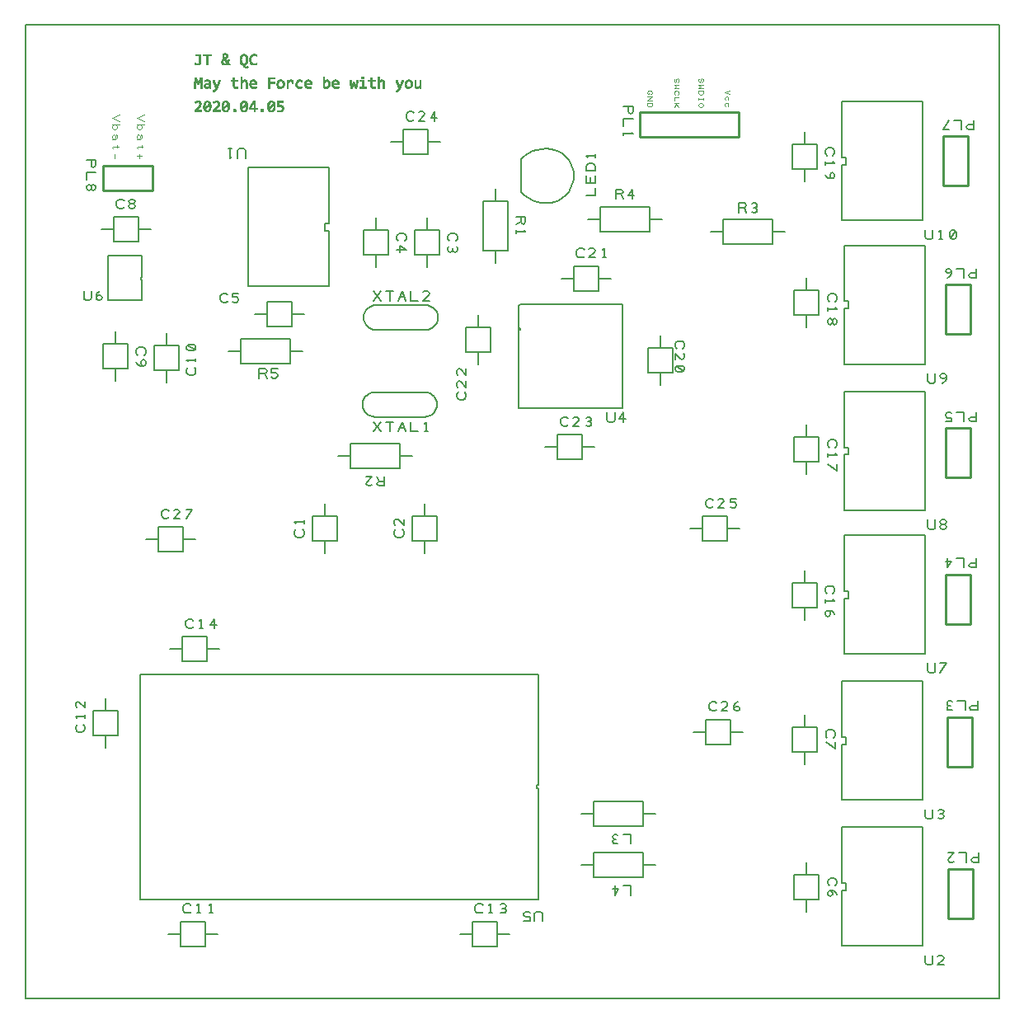
<source format=gbr>
%FSLAX23Y23*%
%MOIN*%
G04 EasyPC Gerber Version 12.0.1 Build 2704 *
%ADD11C,0.00100*%
%ADD10C,0.00394*%
%ADD12C,0.00500*%
%ADD14C,0.00700*%
%ADD95C,0.00800*%
%ADD13C,0.01000*%
X0Y0D02*
D02*
D10*
X385Y3577D02*
X356Y3565D01*
X385Y3552*
X363Y3537D02*
X358Y3535D01*
X356Y3530*
Y3525*
X358Y3520*
X363Y3518*
X368*
X373Y3520*
X376Y3525*
Y3530*
X373Y3535*
X368Y3537*
X356D02*
X385D01*
X373Y3498D02*
X376Y3493D01*
Y3486*
X373Y3481*
X368Y3478*
X361*
X358Y3481*
X356Y3486*
Y3491*
X358Y3496*
X361Y3498*
X363*
X366Y3496*
X368Y3491*
Y3486*
X366Y3481*
X363Y3478*
X361D02*
X356D01*
X376Y3454D02*
Y3444D01*
X380Y3449D02*
X358D01*
X356Y3446*
Y3444*
X358Y3442*
X366Y3419D02*
Y3400D01*
X484Y3577D02*
X454Y3565D01*
X484Y3552*
X462Y3537D02*
X457Y3535D01*
X454Y3530*
Y3525*
X457Y3520*
X462Y3518*
X467*
X472Y3520*
X474Y3525*
Y3530*
X472Y3535*
X467Y3537*
X454D02*
X484D01*
X472Y3498D02*
X474Y3493D01*
Y3486*
X472Y3481*
X467Y3478*
X459*
X457Y3481*
X454Y3486*
Y3491*
X457Y3496*
X459Y3498*
X462*
X464Y3496*
X467Y3491*
Y3486*
X464Y3481*
X462Y3478*
X459D02*
X454D01*
X474Y3454D02*
Y3444D01*
X479Y3449D02*
X457D01*
X454Y3446*
Y3444*
X457Y3442*
X464Y3419D02*
Y3400D01*
X454Y3410D02*
X474D01*
X2526Y3664D02*
Y3660D01*
X2525*
X2522Y3661*
X2520Y3663*
X2519Y3666*
Y3669*
X2520Y3672*
X2522Y3674*
X2525Y3675*
X2531*
X2534Y3674*
X2536Y3672*
X2537Y3669*
Y3666*
X2536Y3663*
X2534Y3661*
X2531Y3660*
X2519Y3650D02*
X2537D01*
X2519Y3635*
X2537*
X2519Y3625D02*
X2537D01*
Y3616*
X2536Y3613*
X2534Y3611*
X2531Y3610*
X2525*
X2522Y3611*
X2520Y3613*
X2519Y3616*
Y3625*
X2631Y3724D02*
X2628Y3723D01*
X2627Y3720*
Y3714*
X2628Y3710*
X2631Y3709*
X2635Y3710*
X2636Y3714*
Y3720*
X2638Y3723*
X2641Y3724*
X2644Y3723*
X2646Y3720*
Y3714*
X2644Y3710*
X2641Y3709*
X2646Y3699D02*
X2627Y3698D01*
X2636Y3692*
X2627Y3685*
X2646Y3684*
X2630Y3659D02*
X2628Y3660D01*
X2627Y3664*
Y3668*
X2628Y3671*
X2630Y3673*
X2633Y3674*
X2639*
X2642Y3673*
X2644Y3671*
X2646Y3668*
Y3664*
X2644Y3660*
X2642Y3659*
X2646Y3649D02*
X2627D01*
Y3634*
Y3624D02*
X2646D01*
X2636D02*
Y3620D01*
X2646Y3609*
X2636Y3620D02*
X2627Y3609D01*
X2730Y3724D02*
X2727Y3723D01*
X2725Y3720*
Y3714*
X2727Y3710*
X2730Y3709*
X2733Y3710*
X2735Y3714*
Y3720*
X2736Y3723*
X2739Y3724*
X2742Y3723*
X2744Y3720*
Y3714*
X2742Y3710*
X2739Y3709*
X2744Y3699D02*
X2725Y3698D01*
X2735Y3692*
X2725Y3685*
X2744Y3684*
X2725Y3674D02*
X2744D01*
Y3665*
X2742Y3662*
X2741Y3660*
X2738Y3659*
X2731*
X2728Y3660*
X2727Y3662*
X2725Y3665*
Y3674*
Y3645D02*
Y3639D01*
Y3642D02*
X2744D01*
Y3645D02*
Y3639D01*
X2731Y3624D02*
X2738D01*
X2741Y3623*
X2742Y3621*
X2744Y3618*
Y3615*
X2742Y3612*
X2741Y3610*
X2738Y3609*
X2731*
X2728Y3610*
X2727Y3612*
X2725Y3615*
Y3618*
X2727Y3621*
X2728Y3623*
X2731Y3624*
X2852Y3675D02*
X2833Y3667D01*
X2852Y3660*
X2844Y3638D02*
X2846Y3641D01*
Y3646*
X2844Y3649*
X2841Y3650*
X2838*
X2835Y3649*
X2833Y3646*
Y3641*
X2835Y3638*
X2844Y3613D02*
X2846Y3616D01*
Y3621*
X2844Y3624*
X2841Y3625*
X2838*
X2835Y3624*
X2833Y3621*
Y3616*
X2835Y3613*
D02*
D11*
X712Y3823D02*
Y3793D01*
X711Y3787*
X709Y3784*
X704Y3780*
X699Y3780*
X697*
X693Y3780*
X691Y3781*
X689Y3782*
Y3787*
X694Y3785*
X699Y3784*
X702Y3785*
X704Y3787*
X705Y3789*
X706Y3793*
Y3818*
X690*
Y3823*
X712*
X754Y3818D02*
X741D01*
Y3780*
X736*
Y3818*
X723*
Y3823*
X754*
Y3818*
X827Y3803D02*
X826Y3795D01*
X824Y3788*
X830Y3780*
X823*
X820Y3784*
X815Y3780*
X809Y3780*
X804Y3780*
X799Y3783*
X797Y3787*
X796Y3792*
X797Y3796*
X798Y3800*
X801Y3803*
X804Y3805*
X804Y3806*
X800Y3811*
X800Y3816*
X800Y3820*
X803Y3824*
X806Y3826*
X811Y3827*
X815Y3826*
X819Y3824*
X821Y3821*
X822Y3817*
X821Y3813*
X819Y3810*
X815Y3806*
X811Y3805*
X820Y3793*
X822Y3798*
Y3803*
X827*
X802Y3792D02*
X803Y3789D01*
X804Y3787*
X807Y3785*
X810Y3784*
X814Y3785*
X817Y3787*
X807Y3802*
X805Y3799*
X804Y3798*
X802Y3795*
Y3792*
X816Y3817D02*
Y3819D01*
X815Y3821*
X811Y3822*
X808Y3821*
X807Y3821*
X805Y3818*
Y3817*
X806Y3813*
X808Y3810*
Y3808*
X811Y3810*
X814Y3812*
X815Y3813*
X816Y3817*
X883Y3780D02*
X877Y3782D01*
X873Y3786*
X871Y3793*
X870Y3801*
Y3806*
X871Y3811*
X874Y3818*
X880Y3822*
X886Y3824*
X893Y3822*
X899Y3818*
X902Y3811*
X903Y3802*
X902Y3793*
X899Y3786*
X894Y3782*
X889Y3780*
X891Y3775*
X893Y3773*
X896*
X899Y3774*
X902Y3776*
X904Y3772*
X900Y3769*
X896Y3769*
X891Y3769*
X887Y3771*
X885Y3775*
X883Y3780*
X897Y3801D02*
X896Y3808D01*
X894Y3813*
X891Y3817*
X886Y3818*
X882Y3817*
X878Y3813*
X877Y3808*
X876Y3802*
X877Y3795*
X878Y3789*
X882Y3785*
X886Y3784*
X891Y3786*
X894Y3789*
X896Y3795*
X897Y3801*
X938Y3782D02*
X933Y3780D01*
X927Y3780*
X919Y3781*
X913Y3785*
X910Y3791*
X908Y3801*
X910Y3810*
X914Y3817*
X919Y3822*
X928Y3824*
X934Y3823*
X938Y3821*
Y3816*
X934Y3817*
X928Y3818*
X923Y3817*
X919Y3813*
X915Y3809*
X915Y3802*
X915Y3795*
X918Y3789*
X923Y3786*
X928Y3785*
X934Y3786*
X938Y3787*
Y3782*
X891Y3769D02*
X900D01*
X888Y3770D02*
X902D01*
X887Y3771D02*
X904D01*
X886Y3772D02*
X904D01*
X886Y3773D02*
X903D01*
X885Y3774D02*
X892D01*
X899D02*
X903D01*
X885Y3775D02*
X891D01*
X901D02*
X902D01*
X884Y3776D02*
X890D01*
X884Y3777D02*
X890D01*
X884Y3778D02*
X889D01*
X883Y3779D02*
X889D01*
X696Y3780D02*
X700D01*
X808D02*
X811D01*
X883D02*
X889D01*
X926D02*
X928D01*
X692Y3781D02*
X705D01*
X736D02*
X741D01*
X803D02*
X816D01*
X822D02*
X830D01*
X880D02*
X891D01*
X922D02*
X934D01*
X690Y3782D02*
X706D01*
X736D02*
X741D01*
X801D02*
X817D01*
X822D02*
X829D01*
X878D02*
X893D01*
X919D02*
X937D01*
X689Y3783D02*
X708D01*
X736D02*
X741D01*
X799D02*
X819D01*
X821D02*
X829D01*
X876D02*
X895D01*
X917D02*
X938D01*
X689Y3784D02*
X709D01*
X736D02*
X741D01*
X798D02*
X828D01*
X875D02*
X896D01*
X916D02*
X938D01*
X689Y3784D02*
X698D01*
X699D02*
X710D01*
X736D02*
X741D01*
X798D02*
X809D01*
X811D02*
X827D01*
X874D02*
X885D01*
X887D02*
X897D01*
X914D02*
X938D01*
X689Y3785D02*
X694D01*
X702D02*
X710D01*
X736D02*
X741D01*
X797D02*
X806D01*
X814D02*
X826D01*
X873D02*
X881D01*
X890D02*
X898D01*
X913D02*
X926D01*
X930D02*
X938D01*
X689Y3786D02*
X692D01*
X704D02*
X711D01*
X736D02*
X741D01*
X797D02*
X805D01*
X815D02*
X826D01*
X873D02*
X881D01*
X891D02*
X899D01*
X912D02*
X922D01*
X935D02*
X938D01*
X689Y3787D02*
X690D01*
X705D02*
X711D01*
X736D02*
X741D01*
X796D02*
X804D01*
X817D02*
X825D01*
X872D02*
X880D01*
X892D02*
X899D01*
X912D02*
X920D01*
X938D02*
X938D01*
X705Y3788D02*
X712D01*
X736D02*
X741D01*
X796D02*
X803D01*
X816D02*
X824D01*
X872D02*
X879D01*
X893D02*
X900D01*
X912D02*
X919D01*
X705Y3789D02*
X712D01*
X736D02*
X741D01*
X796D02*
X803D01*
X816D02*
X824D01*
X872D02*
X878D01*
X894D02*
X900D01*
X911D02*
X918D01*
X705Y3790D02*
X712D01*
X736D02*
X741D01*
X796D02*
X803D01*
X815D02*
X825D01*
X872D02*
X878D01*
X894D02*
X901D01*
X911D02*
X917D01*
X706Y3791D02*
X712D01*
X736D02*
X741D01*
X796D02*
X802D01*
X814D02*
X825D01*
X871D02*
X878D01*
X895D02*
X901D01*
X910D02*
X917D01*
X706Y3792D02*
X712D01*
X736D02*
X741D01*
X796D02*
X802D01*
X814D02*
X825D01*
X871D02*
X878D01*
X895D02*
X902D01*
X910D02*
X917D01*
X706Y3793D02*
X712D01*
X736D02*
X741D01*
X796D02*
X802D01*
X813D02*
X826D01*
X871D02*
X877D01*
X895D02*
X902D01*
X910D02*
X916D01*
X706Y3794D02*
X712D01*
X736D02*
X741D01*
X796D02*
X802D01*
X812D02*
X820D01*
X820D02*
X826D01*
X870D02*
X877D01*
X896D02*
X902D01*
X909D02*
X916D01*
X706Y3795D02*
X712D01*
X736D02*
X741D01*
X796D02*
X802D01*
X812D02*
X819D01*
X821D02*
X826D01*
X870D02*
X877D01*
X896D02*
X902D01*
X909D02*
X915D01*
X706Y3796D02*
X712D01*
X736D02*
X741D01*
X796D02*
X802D01*
X811D02*
X818D01*
X821D02*
X826D01*
X870D02*
X877D01*
X896D02*
X902D01*
X909D02*
X915D01*
X706Y3797D02*
X712D01*
X736D02*
X741D01*
X797D02*
X803D01*
X810D02*
X817D01*
X821D02*
X827D01*
X870D02*
X877D01*
X896D02*
X902D01*
X909D02*
X915D01*
X706Y3798D02*
X712D01*
X736D02*
X741D01*
X797D02*
X804D01*
X810D02*
X817D01*
X822D02*
X827D01*
X870D02*
X876D01*
X896D02*
X902D01*
X909D02*
X915D01*
X706Y3799D02*
X712D01*
X736D02*
X741D01*
X797D02*
X804D01*
X809D02*
X816D01*
X822D02*
X827D01*
X870D02*
X876D01*
X896D02*
X903D01*
X909D02*
X915D01*
X706Y3799D02*
X712D01*
X736D02*
X741D01*
X798D02*
X805D01*
X808D02*
X815D01*
X822D02*
X827D01*
X870D02*
X876D01*
X896D02*
X903D01*
X909D02*
X915D01*
X706Y3800D02*
X712D01*
X736D02*
X741D01*
X798D02*
X806D01*
X808D02*
X815D01*
X822D02*
X827D01*
X870D02*
X876D01*
X896D02*
X903D01*
X908D02*
X915D01*
X706Y3801D02*
X712D01*
X736D02*
X741D01*
X799D02*
X807D01*
X807D02*
X814D01*
X822D02*
X827D01*
X870D02*
X876D01*
X896D02*
X903D01*
X908D02*
X915D01*
X706Y3802D02*
X712D01*
X736D02*
X741D01*
X800D02*
X813D01*
X822D02*
X827D01*
X870D02*
X876D01*
X896D02*
X903D01*
X909D02*
X915D01*
X706Y3803D02*
X712D01*
X736D02*
X741D01*
X801D02*
X813D01*
X870D02*
X876D01*
X896D02*
X903D01*
X909D02*
X915D01*
X706Y3804D02*
X712D01*
X736D02*
X741D01*
X803D02*
X812D01*
X870D02*
X876D01*
X896D02*
X903D01*
X909D02*
X915D01*
X706Y3805D02*
X712D01*
X736D02*
X741D01*
X804D02*
X812D01*
X870D02*
X876D01*
X896D02*
X903D01*
X909D02*
X915D01*
X706Y3806D02*
X712D01*
X736D02*
X741D01*
X804D02*
X815D01*
X870D02*
X877D01*
X896D02*
X902D01*
X909D02*
X915D01*
X706Y3807D02*
X712D01*
X736D02*
X741D01*
X803D02*
X816D01*
X870D02*
X877D01*
X896D02*
X902D01*
X909D02*
X915D01*
X706Y3808D02*
X712D01*
X736D02*
X741D01*
X803D02*
X817D01*
X870D02*
X877D01*
X896D02*
X902D01*
X910D02*
X915D01*
X706Y3809D02*
X712D01*
X736D02*
X741D01*
X802D02*
X808D01*
X810D02*
X818D01*
X871D02*
X877D01*
X895D02*
X902D01*
X910D02*
X915D01*
X706Y3810D02*
X712D01*
X736D02*
X741D01*
X801D02*
X808D01*
X812D02*
X819D01*
X871D02*
X877D01*
X895D02*
X902D01*
X910D02*
X916D01*
X706Y3811D02*
X712D01*
X736D02*
X741D01*
X801D02*
X807D01*
X813D02*
X819D01*
X871D02*
X878D01*
X895D02*
X902D01*
X910D02*
X917D01*
X706Y3812D02*
X712D01*
X736D02*
X741D01*
X800D02*
X807D01*
X814D02*
X820D01*
X872D02*
X878D01*
X895D02*
X902D01*
X911D02*
X917D01*
X706Y3813D02*
X712D01*
X736D02*
X741D01*
X800D02*
X806D01*
X815D02*
X821D01*
X872D02*
X878D01*
X894D02*
X901D01*
X911D02*
X918D01*
X706Y3814D02*
X712D01*
X736D02*
X741D01*
X800D02*
X806D01*
X815D02*
X821D01*
X872D02*
X878D01*
X894D02*
X901D01*
X912D02*
X919D01*
X706Y3814D02*
X712D01*
X736D02*
X741D01*
X800D02*
X806D01*
X816D02*
X821D01*
X873D02*
X879D01*
X893D02*
X901D01*
X912D02*
X920D01*
X706Y3815D02*
X712D01*
X736D02*
X741D01*
X800D02*
X805D01*
X816D02*
X821D01*
X873D02*
X880D01*
X892D02*
X900D01*
X913D02*
X921D01*
X706Y3816D02*
X712D01*
X736D02*
X741D01*
X800D02*
X805D01*
X816D02*
X822D01*
X874D02*
X881D01*
X891D02*
X900D01*
X913D02*
X922D01*
X937D02*
X938D01*
X706Y3817D02*
X712D01*
X736D02*
X741D01*
X800D02*
X805D01*
X816D02*
X822D01*
X874D02*
X884D01*
X889D02*
X899D01*
X914D02*
X925D01*
X934D02*
X938D01*
X690Y3818D02*
X712D01*
X723D02*
X754D01*
X800D02*
X805D01*
X816D02*
X822D01*
X874D02*
X899D01*
X915D02*
X938D01*
X690Y3819D02*
X712D01*
X723D02*
X754D01*
X800D02*
X806D01*
X816D02*
X821D01*
X876D02*
X898D01*
X916D02*
X938D01*
X690Y3820D02*
X712D01*
X723D02*
X754D01*
X801D02*
X806D01*
X815D02*
X821D01*
X877D02*
X896D01*
X917D02*
X938D01*
X690Y3821D02*
X712D01*
X723D02*
X754D01*
X801D02*
X808D01*
X813D02*
X821D01*
X878D02*
X895D01*
X918D02*
X938D01*
X690Y3822D02*
X712D01*
X723D02*
X754D01*
X802D02*
X810D01*
X811D02*
X820D01*
X880D02*
X894D01*
X919D02*
X936D01*
X690Y3823D02*
X712D01*
X723D02*
X754D01*
X802D02*
X820D01*
X883D02*
X890D01*
X924D02*
X934D01*
X803Y3824D02*
X819D01*
X804Y3825D02*
X818D01*
X805Y3826D02*
X816D01*
X810Y3827D02*
X813D01*
X719Y3686D02*
X713D01*
X712Y3713*
Y3723*
X710Y3717*
X704Y3700*
X700*
X693Y3717*
X692Y3723*
X691Y3713*
Y3686*
X685*
X687Y3728*
X694*
X700Y3712*
X702Y3706*
X704Y3712*
X710Y3728*
X717*
X719Y3686*
X747D02*
Y3691D01*
X744Y3687*
X741Y3686*
X735Y3685*
X730Y3686*
X727Y3687*
X726Y3691*
X725Y3695*
X726Y3699*
X729Y3702*
X733Y3705*
X739Y3706*
X746*
Y3709*
X745Y3711*
X745Y3713*
X742Y3714*
X738Y3715*
X733Y3714*
X727Y3713*
Y3718*
X730Y3719*
X733*
X736Y3720*
X739*
X745Y3719*
X748Y3717*
X751Y3713*
X752Y3709*
Y3686*
X747*
X746Y3701D02*
X739D01*
X736Y3700*
X733Y3699*
X732Y3697*
X731Y3695*
Y3693*
X733Y3691*
X734Y3690*
X737*
X741Y3691*
X744Y3692*
X746Y3695*
Y3701*
X792Y3719D02*
X780Y3690D01*
X778Y3685*
X777Y3681*
X773Y3676*
X768Y3673*
X762Y3672*
X760*
X760Y3671*
Y3676*
X760*
X763*
X765Y3677*
X768Y3679*
X771Y3681*
X772Y3686*
X760Y3719*
X766*
X774Y3697*
X776Y3692*
X778Y3697*
X785Y3719*
X792*
X863Y3686D02*
X860Y3685D01*
X856*
X850Y3686*
X846Y3688*
X844Y3691*
X843Y3697*
Y3714*
X834*
Y3719*
X843*
Y3728*
X848Y3729*
Y3719*
X863*
Y3714*
X848*
Y3697*
Y3694*
X850Y3691*
X852Y3690*
X856*
X860*
X863Y3691*
Y3686*
X900D02*
X894D01*
Y3707*
Y3710*
X893Y3713*
X891Y3714*
X889Y3715*
X886*
X885Y3713*
X882Y3711*
X879Y3708*
Y3686*
X874*
Y3732*
X879*
Y3719*
Y3714*
X882Y3717*
X884Y3718*
X887Y3720*
X889*
X894Y3719*
X897Y3717*
X899Y3713*
X900Y3708*
Y3686*
X938Y3704D02*
Y3702D01*
Y3701*
X915*
X916Y3696*
X919Y3693*
X922Y3691*
X926Y3690*
X929*
X932Y3691*
X934*
X937Y3691*
Y3687*
X931Y3685*
X926*
X918Y3686*
X913Y3690*
X910Y3695*
X909Y3702*
X910Y3709*
X913Y3714*
X918Y3718*
X924Y3720*
X930Y3719*
X934Y3716*
X937Y3711*
X938Y3704*
X932Y3706D02*
Y3710D01*
X930Y3713*
X927Y3714*
X924Y3715*
X920Y3714*
X918Y3713*
X916Y3710*
X915Y3706*
X932*
X1011Y3724D02*
X993D01*
Y3710*
X1010*
Y3705*
X993*
Y3686*
X986*
Y3728*
X1011*
Y3724*
X1050Y3702D02*
X1049Y3695D01*
X1046Y3690*
X1041Y3687*
X1034Y3685*
X1028Y3686*
X1023Y3689*
X1020Y3695*
X1019Y3702*
X1020Y3710*
X1023Y3715*
X1029Y3718*
X1035Y3720*
X1041Y3718*
X1046Y3715*
X1049Y3710*
X1050Y3702*
X1045D02*
X1044Y3708D01*
X1042Y3712*
X1039Y3714*
X1035Y3715*
X1030Y3714*
X1027Y3711*
X1026Y3707*
X1025Y3702*
X1026Y3697*
X1027Y3693*
X1030Y3691*
X1035Y3690*
X1039Y3691*
X1042Y3694*
X1044Y3698*
X1045Y3702*
X1060Y3719D02*
X1064D01*
X1065Y3713*
X1067Y3716*
X1071Y3718*
X1073Y3719*
X1076Y3720*
X1081Y3719*
X1084Y3717*
X1085Y3712*
X1086Y3706*
X1081*
Y3710*
X1079Y3713*
X1078Y3714*
X1075Y3715*
X1073Y3714*
X1071Y3713*
X1068Y3710*
X1065Y3707*
Y3686*
X1060*
Y3719*
X1121Y3687D02*
X1116Y3685D01*
X1111*
X1105Y3686*
X1100Y3689*
X1097Y3695*
X1096Y3702*
X1097Y3710*
X1100Y3715*
X1105Y3718*
X1112Y3720*
X1117Y3719*
X1121Y3718*
Y3713*
X1117Y3714*
X1112Y3715*
X1108Y3714*
X1105Y3712*
X1103Y3707*
X1102Y3702*
X1103Y3697*
X1105Y3693*
X1108Y3691*
X1112Y3690*
X1117Y3691*
X1121Y3692*
Y3687*
X1160Y3704D02*
Y3702D01*
Y3701*
X1137*
X1138Y3696*
X1141Y3693*
X1144Y3691*
X1148Y3690*
X1151*
X1154Y3691*
X1156*
X1159Y3691*
Y3687*
X1153Y3685*
X1148*
X1140Y3686*
X1135Y3690*
X1132Y3695*
X1131Y3702*
X1132Y3709*
X1135Y3714*
X1140Y3718*
X1146Y3720*
X1152Y3719*
X1156Y3716*
X1160Y3711*
X1160Y3704*
X1154Y3706D02*
Y3710D01*
X1152Y3713*
X1149Y3714*
X1146Y3715*
X1142Y3714*
X1140Y3713*
X1138Y3710*
X1137Y3706*
X1154*
X1234Y3703D02*
X1234Y3695D01*
X1230Y3690*
X1225Y3686*
X1219Y3685*
X1213Y3686*
X1207Y3687*
Y3732*
X1212*
Y3720*
Y3713*
X1215Y3717*
X1217Y3718*
X1223Y3720*
X1228Y3718*
X1231Y3715*
X1234Y3710*
X1234Y3703*
X1229Y3702D02*
Y3708D01*
X1227Y3712*
X1225Y3714*
X1222Y3715*
X1220Y3714*
X1218Y3713*
X1215Y3711*
X1212Y3708*
Y3691*
X1215Y3690*
X1219*
X1223Y3691*
X1226Y3692*
X1228Y3697*
X1229Y3702*
X1271Y3704D02*
Y3702D01*
Y3701*
X1248*
X1249Y3696*
X1252Y3693*
X1255Y3691*
X1260Y3690*
X1262*
X1265Y3691*
X1267*
X1270Y3691*
Y3687*
X1264Y3685*
X1259*
X1251Y3686*
X1246Y3690*
X1243Y3695*
X1242Y3702*
X1243Y3709*
X1246Y3714*
X1251Y3718*
X1257Y3720*
X1263Y3719*
X1267Y3716*
X1271Y3711*
X1271Y3704*
X1265Y3706D02*
Y3710D01*
X1263Y3713*
X1260Y3714*
X1257Y3715*
X1253Y3714*
X1251Y3713*
X1249Y3710*
X1248Y3706*
X1265*
X1348Y3719D02*
X1343Y3686D01*
X1337*
X1332Y3700*
X1331Y3704*
X1330Y3700*
X1325Y3686*
X1318*
X1314Y3719*
X1319*
X1322Y3696*
X1323Y3691*
X1323Y3695*
X1329Y3711*
X1333*
X1338Y3696*
X1340Y3691*
Y3696*
X1342Y3719*
X1348*
X1366Y3714D02*
X1356D01*
Y3719*
X1371*
Y3691*
X1381*
Y3686*
X1355*
Y3691*
X1366*
Y3714*
X1368Y3732D02*
X1370Y3732D01*
X1371Y3731*
X1372Y3730*
Y3728*
Y3726*
X1371Y3725*
X1370Y3724*
X1368*
X1366*
X1365Y3725*
X1363Y3726*
Y3728*
Y3730*
X1365Y3731*
X1366Y3732*
X1368Y3732*
X1419Y3686D02*
X1415Y3685D01*
X1411*
X1405Y3686*
X1401Y3688*
X1399Y3691*
X1398Y3697*
Y3714*
X1389*
Y3719*
X1398*
Y3728*
X1404Y3729*
Y3719*
X1419*
Y3714*
X1404*
Y3697*
Y3694*
X1405Y3691*
X1408Y3690*
X1411*
X1415*
X1419Y3691*
Y3686*
X1455D02*
X1449D01*
Y3707*
Y3710*
X1448Y3713*
X1446Y3714*
X1444Y3715*
X1441*
X1440Y3713*
X1437Y3711*
X1434Y3708*
Y3686*
X1429*
Y3732*
X1434*
Y3719*
Y3714*
X1437Y3717*
X1439Y3718*
X1442Y3720*
X1445*
X1449Y3719*
X1452Y3717*
X1454Y3713*
X1455Y3708*
Y3686*
X1532Y3719D02*
X1520Y3690D01*
X1519Y3685*
X1517Y3681*
X1513Y3676*
X1508Y3673*
X1502Y3672*
X1500*
X1500Y3671*
Y3676*
X1500*
X1503*
X1505Y3677*
X1508Y3679*
X1511Y3681*
X1512Y3686*
X1500Y3719*
X1506*
X1514Y3697*
X1516Y3692*
X1518Y3697*
X1526Y3719*
X1532*
X1568Y3702D02*
X1567Y3695D01*
X1564Y3690*
X1559Y3687*
X1552Y3685*
X1546Y3686*
X1541Y3689*
X1538Y3695*
X1537Y3702*
X1538Y3710*
X1541Y3715*
X1547Y3718*
X1553Y3720*
X1560Y3718*
X1564Y3715*
X1567Y3710*
X1568Y3702*
X1563D02*
X1562Y3708D01*
X1560Y3712*
X1557Y3714*
X1553Y3715*
X1548Y3714*
X1545Y3711*
X1544Y3707*
X1543Y3702*
X1544Y3697*
X1545Y3693*
X1548Y3691*
X1553Y3690*
X1557Y3691*
X1560Y3694*
X1562Y3698*
X1563Y3702*
X1603Y3686D02*
X1598D01*
X1597Y3691*
X1595Y3688*
X1593Y3687*
X1589Y3685*
X1587*
X1582Y3686*
X1579Y3688*
X1578Y3691*
X1577Y3697*
Y3719*
X1582*
Y3698*
Y3694*
X1584Y3691*
X1585Y3691*
X1588Y3690*
X1590*
X1592Y3691*
X1594Y3693*
X1597Y3697*
Y3719*
X1603*
Y3686*
X760Y3671D02*
X760D01*
X1500D02*
X1500D01*
X760Y3672D02*
X764D01*
X1500D02*
X1504D01*
X760Y3673D02*
X769D01*
X1500D02*
X1509D01*
X760Y3674D02*
X770D01*
X1500D02*
X1510D01*
X760Y3675D02*
X772D01*
X1500D02*
X1512D01*
X760Y3676D02*
X773D01*
X1500D02*
X1513D01*
X763Y3677D02*
X774D01*
X1504D02*
X1514D01*
X766Y3678D02*
X774D01*
X1506D02*
X1514D01*
X768Y3679D02*
X775D01*
X1508D02*
X1515D01*
X769Y3680D02*
X776D01*
X1509D02*
X1516D01*
X770Y3680D02*
X776D01*
X1510D02*
X1516D01*
X771Y3681D02*
X777D01*
X1511D02*
X1517D01*
X771Y3682D02*
X777D01*
X1511D02*
X1517D01*
X771Y3683D02*
X778D01*
X1511D02*
X1518D01*
X772Y3684D02*
X778D01*
X1512D02*
X1518D01*
X735Y3685D02*
X735D01*
X772D02*
X778D01*
X855D02*
X860D01*
X925D02*
X931D01*
X1034D02*
X1034D01*
X1111D02*
X1116D01*
X1147D02*
X1153D01*
X1218D02*
X1219D01*
X1258D02*
X1264D01*
X1410D02*
X1415D01*
X1512D02*
X1519D01*
X1552D02*
X1553D01*
X1587D02*
X1589D01*
X686Y3686D02*
X691D01*
X713D02*
X719D01*
X730D02*
X742D01*
X747D02*
X752D01*
X772D02*
X779D01*
X850D02*
X863D01*
X874D02*
X879D01*
X894D02*
X900D01*
X918D02*
X935D01*
X986D02*
X993D01*
X1028D02*
X1038D01*
X1060D02*
X1065D01*
X1105D02*
X1119D01*
X1140D02*
X1157D01*
X1212D02*
X1225D01*
X1251D02*
X1268D01*
X1318D02*
X1325D01*
X1337D02*
X1343D01*
X1355D02*
X1381D01*
X1405D02*
X1419D01*
X1429D02*
X1434D01*
X1449D02*
X1455D01*
X1512D02*
X1519D01*
X1546D02*
X1556D01*
X1582D02*
X1591D01*
X1598D02*
X1603D01*
X686Y3687D02*
X691D01*
X713D02*
X719D01*
X728D02*
X743D01*
X747D02*
X752D01*
X772D02*
X779D01*
X848D02*
X863D01*
X874D02*
X879D01*
X894D02*
X900D01*
X916D02*
X937D01*
X986D02*
X993D01*
X1026D02*
X1041D01*
X1060D02*
X1065D01*
X1103D02*
X1121D01*
X1138D02*
X1159D01*
X1209D02*
X1226D01*
X1250D02*
X1270D01*
X1318D02*
X1325D01*
X1336D02*
X1343D01*
X1355D02*
X1381D01*
X1403D02*
X1419D01*
X1429D02*
X1434D01*
X1449D02*
X1455D01*
X1512D02*
X1519D01*
X1544D02*
X1559D01*
X1581D02*
X1593D01*
X1598D02*
X1603D01*
X686Y3688D02*
X691D01*
X713D02*
X718D01*
X727D02*
X744D01*
X747D02*
X752D01*
X771D02*
X779D01*
X847D02*
X863D01*
X874D02*
X879D01*
X894D02*
X900D01*
X915D02*
X937D01*
X986D02*
X993D01*
X1025D02*
X1043D01*
X1060D02*
X1065D01*
X1102D02*
X1121D01*
X1137D02*
X1159D01*
X1207D02*
X1228D01*
X1248D02*
X1270D01*
X1318D02*
X1326D01*
X1336D02*
X1343D01*
X1355D02*
X1381D01*
X1402D02*
X1419D01*
X1429D02*
X1434D01*
X1449D02*
X1455D01*
X1511D02*
X1520D01*
X1543D02*
X1561D01*
X1580D02*
X1594D01*
X1598D02*
X1603D01*
X686Y3689D02*
X691D01*
X713D02*
X718D01*
X727D02*
X745D01*
X747D02*
X752D01*
X771D02*
X780D01*
X846D02*
X863D01*
X874D02*
X879D01*
X894D02*
X900D01*
X914D02*
X937D01*
X986D02*
X993D01*
X1024D02*
X1044D01*
X1060D02*
X1065D01*
X1100D02*
X1121D01*
X1136D02*
X1159D01*
X1207D02*
X1229D01*
X1247D02*
X1270D01*
X1317D02*
X1326D01*
X1336D02*
X1343D01*
X1355D02*
X1381D01*
X1401D02*
X1419D01*
X1429D02*
X1434D01*
X1449D02*
X1455D01*
X1511D02*
X1520D01*
X1542D02*
X1563D01*
X1579D02*
X1595D01*
X1598D02*
X1603D01*
X686Y3690D02*
X691D01*
X713D02*
X718D01*
X726D02*
X734D01*
X737D02*
X746D01*
X747D02*
X752D01*
X771D02*
X780D01*
X845D02*
X852D01*
X859D02*
X863D01*
X874D02*
X879D01*
X894D02*
X900D01*
X913D02*
X926D01*
X929D02*
X937D01*
X986D02*
X993D01*
X1023D02*
X1035D01*
X1035D02*
X1046D01*
X1060D02*
X1065D01*
X1099D02*
X1112D01*
X1112D02*
X1121D01*
X1135D02*
X1148D01*
X1151D02*
X1159D01*
X1207D02*
X1215D01*
X1219D02*
X1230D01*
X1246D02*
X1260D01*
X1262D02*
X1270D01*
X1317D02*
X1326D01*
X1335D02*
X1344D01*
X1355D02*
X1381D01*
X1400D02*
X1408D01*
X1415D02*
X1419D01*
X1429D02*
X1434D01*
X1449D02*
X1455D01*
X1511D02*
X1520D01*
X1541D02*
X1553D01*
X1553D02*
X1564D01*
X1578D02*
X1588D01*
X1590D02*
X1596D01*
X1598D02*
X1603D01*
X686Y3691D02*
X691D01*
X713D02*
X718D01*
X726D02*
X733D01*
X741D02*
X752D01*
X770D02*
X780D01*
X844D02*
X851D01*
X874D02*
X879D01*
X894D02*
X900D01*
X913D02*
X922D01*
X935D02*
X937D01*
X986D02*
X993D01*
X1022D02*
X1030D01*
X1039D02*
X1047D01*
X1060D02*
X1065D01*
X1099D02*
X1108D01*
X1117D02*
X1121D01*
X1135D02*
X1144D01*
X1157D02*
X1159D01*
X1207D02*
X1214D01*
X1223D02*
X1231D01*
X1246D02*
X1255D01*
X1268D02*
X1270D01*
X1317D02*
X1326D01*
X1335D02*
X1344D01*
X1366D02*
X1371D01*
X1399D02*
X1406D01*
X1429D02*
X1434D01*
X1449D02*
X1455D01*
X1510D02*
X1521D01*
X1540D02*
X1548D01*
X1557D02*
X1565D01*
X1578D02*
X1585D01*
X1591D02*
X1597D01*
X1597D02*
X1603D01*
X686Y3692D02*
X691D01*
X713D02*
X718D01*
X725D02*
X732D01*
X743D02*
X752D01*
X770D02*
X781D01*
X844D02*
X850D01*
X874D02*
X879D01*
X894D02*
X900D01*
X912D02*
X920D01*
X986D02*
X993D01*
X1022D02*
X1029D01*
X1040D02*
X1047D01*
X1060D02*
X1065D01*
X1098D02*
X1107D01*
X1120D02*
X1121D01*
X1134D02*
X1142D01*
X1207D02*
X1212D01*
X1225D02*
X1231D01*
X1245D02*
X1253D01*
X1317D02*
X1322D01*
X1323D02*
X1327D01*
X1335D02*
X1340D01*
X1340D02*
X1344D01*
X1366D02*
X1371D01*
X1399D02*
X1405D01*
X1429D02*
X1434D01*
X1449D02*
X1455D01*
X1510D02*
X1521D01*
X1540D02*
X1547D01*
X1558D02*
X1565D01*
X1578D02*
X1584D01*
X1592D02*
X1603D01*
X686Y3693D02*
X691D01*
X713D02*
X718D01*
X725D02*
X732D01*
X744D02*
X752D01*
X770D02*
X776D01*
X776D02*
X781D01*
X844D02*
X849D01*
X874D02*
X879D01*
X894D02*
X900D01*
X911D02*
X919D01*
X986D02*
X993D01*
X1021D02*
X1028D01*
X1041D02*
X1048D01*
X1060D02*
X1065D01*
X1098D02*
X1106D01*
X1134D02*
X1141D01*
X1207D02*
X1212D01*
X1226D02*
X1232D01*
X1245D02*
X1252D01*
X1317D02*
X1322D01*
X1323D02*
X1327D01*
X1334D02*
X1339D01*
X1340D02*
X1344D01*
X1366D02*
X1371D01*
X1399D02*
X1404D01*
X1429D02*
X1434D01*
X1449D02*
X1455D01*
X1510D02*
X1516D01*
X1516D02*
X1521D01*
X1539D02*
X1546D01*
X1559D02*
X1566D01*
X1577D02*
X1583D01*
X1594D02*
X1603D01*
X686Y3694D02*
X691D01*
X713D02*
X718D01*
X725D02*
X731D01*
X745D02*
X752D01*
X769D02*
X775D01*
X777D02*
X781D01*
X843D02*
X849D01*
X874D02*
X879D01*
X894D02*
X900D01*
X911D02*
X918D01*
X986D02*
X993D01*
X1021D02*
X1027D01*
X1042D02*
X1048D01*
X1060D02*
X1065D01*
X1097D02*
X1105D01*
X1133D02*
X1140D01*
X1207D02*
X1212D01*
X1226D02*
X1233D01*
X1244D02*
X1251D01*
X1317D02*
X1322D01*
X1323D02*
X1327D01*
X1334D02*
X1339D01*
X1340D02*
X1344D01*
X1366D02*
X1371D01*
X1399D02*
X1404D01*
X1429D02*
X1434D01*
X1449D02*
X1455D01*
X1509D02*
X1516D01*
X1517D02*
X1522D01*
X1539D02*
X1545D01*
X1560D02*
X1566D01*
X1577D02*
X1582D01*
X1595D02*
X1603D01*
X686Y3695D02*
X691D01*
X713D02*
X718D01*
X725D02*
X731D01*
X746D02*
X752D01*
X769D02*
X775D01*
X777D02*
X782D01*
X843D02*
X848D01*
X874D02*
X879D01*
X894D02*
X900D01*
X910D02*
X917D01*
X986D02*
X993D01*
X1020D02*
X1027D01*
X1042D02*
X1049D01*
X1060D02*
X1065D01*
X1097D02*
X1104D01*
X1132D02*
X1139D01*
X1207D02*
X1212D01*
X1227D02*
X1233D01*
X1243D02*
X1250D01*
X1317D02*
X1322D01*
X1323D02*
X1328D01*
X1334D02*
X1339D01*
X1340D02*
X1344D01*
X1366D02*
X1371D01*
X1398D02*
X1404D01*
X1429D02*
X1434D01*
X1449D02*
X1455D01*
X1509D02*
X1515D01*
X1517D02*
X1522D01*
X1538D02*
X1545D01*
X1561D02*
X1567D01*
X1577D02*
X1582D01*
X1595D02*
X1603D01*
X686Y3695D02*
X691D01*
X713D02*
X718D01*
X725D02*
X731D01*
X746D02*
X752D01*
X768D02*
X774D01*
X777D02*
X782D01*
X843D02*
X848D01*
X874D02*
X879D01*
X894D02*
X900D01*
X910D02*
X917D01*
X986D02*
X993D01*
X1020D02*
X1026D01*
X1043D02*
X1049D01*
X1060D02*
X1065D01*
X1096D02*
X1104D01*
X1132D02*
X1139D01*
X1207D02*
X1212D01*
X1227D02*
X1234D01*
X1243D02*
X1250D01*
X1317D02*
X1322D01*
X1323D02*
X1328D01*
X1333D02*
X1338D01*
X1340D02*
X1345D01*
X1366D02*
X1371D01*
X1398D02*
X1404D01*
X1429D02*
X1434D01*
X1449D02*
X1455D01*
X1509D02*
X1515D01*
X1517D02*
X1522D01*
X1538D02*
X1544D01*
X1561D02*
X1567D01*
X1577D02*
X1582D01*
X1596D02*
X1603D01*
X686Y3696D02*
X691D01*
X713D02*
X718D01*
X725D02*
X732D01*
X746D02*
X752D01*
X768D02*
X774D01*
X777D02*
X783D01*
X843D02*
X848D01*
X874D02*
X879D01*
X894D02*
X900D01*
X910D02*
X916D01*
X986D02*
X993D01*
X1020D02*
X1026D01*
X1043D02*
X1049D01*
X1060D02*
X1065D01*
X1096D02*
X1103D01*
X1132D02*
X1138D01*
X1207D02*
X1212D01*
X1228D02*
X1234D01*
X1243D02*
X1249D01*
X1317D02*
X1322D01*
X1324D02*
X1328D01*
X1333D02*
X1338D01*
X1340D02*
X1345D01*
X1366D02*
X1371D01*
X1398D02*
X1404D01*
X1429D02*
X1434D01*
X1449D02*
X1455D01*
X1508D02*
X1514D01*
X1518D02*
X1523D01*
X1538D02*
X1544D01*
X1561D02*
X1568D01*
X1577D02*
X1582D01*
X1597D02*
X1603D01*
X686Y3697D02*
X691D01*
X713D02*
X718D01*
X725D02*
X732D01*
X746D02*
X752D01*
X768D02*
X774D01*
X778D02*
X783D01*
X843D02*
X848D01*
X874D02*
X879D01*
X894D02*
X900D01*
X910D02*
X916D01*
X986D02*
X993D01*
X1020D02*
X1026D01*
X1044D02*
X1049D01*
X1060D02*
X1065D01*
X1096D02*
X1103D01*
X1132D02*
X1138D01*
X1207D02*
X1212D01*
X1228D02*
X1234D01*
X1243D02*
X1249D01*
X1316D02*
X1322D01*
X1324D02*
X1329D01*
X1333D02*
X1338D01*
X1340D02*
X1345D01*
X1366D02*
X1371D01*
X1398D02*
X1404D01*
X1429D02*
X1434D01*
X1449D02*
X1455D01*
X1508D02*
X1514D01*
X1518D02*
X1523D01*
X1538D02*
X1544D01*
X1562D02*
X1568D01*
X1577D02*
X1582D01*
X1597D02*
X1603D01*
X686Y3698D02*
X691D01*
X713D02*
X718D01*
X725D02*
X732D01*
X746D02*
X752D01*
X767D02*
X773D01*
X778D02*
X783D01*
X843D02*
X848D01*
X874D02*
X879D01*
X894D02*
X900D01*
X910D02*
X916D01*
X986D02*
X993D01*
X1020D02*
X1025D01*
X1044D02*
X1050D01*
X1060D02*
X1065D01*
X1096D02*
X1103D01*
X1132D02*
X1138D01*
X1207D02*
X1212D01*
X1228D02*
X1234D01*
X1243D02*
X1249D01*
X1316D02*
X1321D01*
X1324D02*
X1329D01*
X1333D02*
X1337D01*
X1340D02*
X1345D01*
X1366D02*
X1371D01*
X1398D02*
X1404D01*
X1429D02*
X1434D01*
X1449D02*
X1455D01*
X1508D02*
X1513D01*
X1518D02*
X1524D01*
X1538D02*
X1544D01*
X1562D02*
X1568D01*
X1577D02*
X1582D01*
X1597D02*
X1603D01*
X686Y3699D02*
X691D01*
X713D02*
X718D01*
X726D02*
X733D01*
X746D02*
X752D01*
X767D02*
X773D01*
X778D02*
X784D01*
X843D02*
X848D01*
X874D02*
X879D01*
X894D02*
X900D01*
X909D02*
X916D01*
X986D02*
X993D01*
X1020D02*
X1025D01*
X1044D02*
X1050D01*
X1060D02*
X1065D01*
X1096D02*
X1102D01*
X1132D02*
X1138D01*
X1207D02*
X1212D01*
X1228D02*
X1234D01*
X1243D02*
X1249D01*
X1316D02*
X1321D01*
X1325D02*
X1329D01*
X1332D02*
X1337D01*
X1340D02*
X1345D01*
X1366D02*
X1371D01*
X1398D02*
X1404D01*
X1429D02*
X1434D01*
X1449D02*
X1455D01*
X1507D02*
X1513D01*
X1519D02*
X1524D01*
X1538D02*
X1543D01*
X1562D02*
X1568D01*
X1577D02*
X1582D01*
X1597D02*
X1603D01*
X686Y3700D02*
X691D01*
X700D02*
X704D01*
X713D02*
X718D01*
X727D02*
X736D01*
X746D02*
X752D01*
X767D02*
X773D01*
X779D02*
X784D01*
X843D02*
X848D01*
X874D02*
X879D01*
X894D02*
X900D01*
X909D02*
X916D01*
X986D02*
X993D01*
X1020D02*
X1025D01*
X1044D02*
X1050D01*
X1060D02*
X1065D01*
X1096D02*
X1102D01*
X1131D02*
X1138D01*
X1207D02*
X1212D01*
X1228D02*
X1234D01*
X1242D02*
X1249D01*
X1316D02*
X1321D01*
X1325D02*
X1330D01*
X1332D02*
X1337D01*
X1340D02*
X1345D01*
X1366D02*
X1371D01*
X1398D02*
X1404D01*
X1429D02*
X1434D01*
X1449D02*
X1455D01*
X1507D02*
X1513D01*
X1519D02*
X1524D01*
X1538D02*
X1543D01*
X1562D02*
X1568D01*
X1577D02*
X1582D01*
X1597D02*
X1603D01*
X686Y3701D02*
X691D01*
X699D02*
X704D01*
X713D02*
X718D01*
X727D02*
X752D01*
X766D02*
X772D01*
X779D02*
X785D01*
X843D02*
X848D01*
X874D02*
X879D01*
X894D02*
X900D01*
X909D02*
X938D01*
X986D02*
X993D01*
X1019D02*
X1025D01*
X1044D02*
X1050D01*
X1060D02*
X1065D01*
X1096D02*
X1102D01*
X1131D02*
X1160D01*
X1207D02*
X1212D01*
X1229D02*
X1234D01*
X1242D02*
X1271D01*
X1316D02*
X1321D01*
X1325D02*
X1330D01*
X1332D02*
X1336D01*
X1340D02*
X1346D01*
X1366D02*
X1371D01*
X1398D02*
X1404D01*
X1429D02*
X1434D01*
X1449D02*
X1455D01*
X1506D02*
X1512D01*
X1519D02*
X1525D01*
X1538D02*
X1543D01*
X1562D02*
X1568D01*
X1577D02*
X1582D01*
X1597D02*
X1603D01*
X686Y3702D02*
X691D01*
X699D02*
X704D01*
X713D02*
X718D01*
X728D02*
X752D01*
X766D02*
X772D01*
X779D02*
X785D01*
X843D02*
X848D01*
X874D02*
X879D01*
X894D02*
X900D01*
X909D02*
X938D01*
X986D02*
X993D01*
X1019D02*
X1025D01*
X1044D02*
X1050D01*
X1060D02*
X1065D01*
X1096D02*
X1102D01*
X1131D02*
X1160D01*
X1207D02*
X1212D01*
X1229D02*
X1234D01*
X1242D02*
X1271D01*
X1316D02*
X1321D01*
X1326D02*
X1330D01*
X1332D02*
X1336D01*
X1340D02*
X1346D01*
X1366D02*
X1371D01*
X1398D02*
X1404D01*
X1429D02*
X1434D01*
X1449D02*
X1455D01*
X1506D02*
X1512D01*
X1520D02*
X1525D01*
X1538D02*
X1543D01*
X1563D02*
X1568D01*
X1577D02*
X1582D01*
X1597D02*
X1603D01*
X686Y3703D02*
X691D01*
X699D02*
X705D01*
X713D02*
X718D01*
X730D02*
X752D01*
X766D02*
X772D01*
X780D02*
X785D01*
X843D02*
X848D01*
X874D02*
X879D01*
X894D02*
X900D01*
X909D02*
X938D01*
X986D02*
X993D01*
X1019D02*
X1025D01*
X1044D02*
X1050D01*
X1060D02*
X1065D01*
X1096D02*
X1102D01*
X1131D02*
X1160D01*
X1207D02*
X1212D01*
X1229D02*
X1234D01*
X1242D02*
X1271D01*
X1316D02*
X1321D01*
X1326D02*
X1331D01*
X1331D02*
X1336D01*
X1341D02*
X1346D01*
X1366D02*
X1371D01*
X1398D02*
X1404D01*
X1429D02*
X1434D01*
X1449D02*
X1455D01*
X1506D02*
X1512D01*
X1520D02*
X1525D01*
X1538D02*
X1543D01*
X1563D02*
X1568D01*
X1577D02*
X1582D01*
X1597D02*
X1603D01*
X686Y3704D02*
X691D01*
X698D02*
X705D01*
X713D02*
X718D01*
X731D02*
X752D01*
X765D02*
X771D01*
X780D02*
X786D01*
X843D02*
X848D01*
X874D02*
X879D01*
X894D02*
X900D01*
X909D02*
X938D01*
X986D02*
X993D01*
X1020D02*
X1025D01*
X1044D02*
X1050D01*
X1060D02*
X1065D01*
X1096D02*
X1102D01*
X1131D02*
X1160D01*
X1207D02*
X1212D01*
X1229D02*
X1234D01*
X1242D02*
X1271D01*
X1316D02*
X1321D01*
X1326D02*
X1331D01*
X1331D02*
X1335D01*
X1341D02*
X1346D01*
X1366D02*
X1371D01*
X1398D02*
X1404D01*
X1429D02*
X1434D01*
X1449D02*
X1455D01*
X1505D02*
X1511D01*
X1520D02*
X1526D01*
X1538D02*
X1543D01*
X1562D02*
X1568D01*
X1577D02*
X1582D01*
X1597D02*
X1603D01*
X686Y3705D02*
X691D01*
X698D02*
X705D01*
X713D02*
X718D01*
X733D02*
X752D01*
X765D02*
X771D01*
X780D02*
X786D01*
X843D02*
X848D01*
X874D02*
X879D01*
X894D02*
X900D01*
X909D02*
X938D01*
X986D02*
X1010D01*
X1020D02*
X1025D01*
X1044D02*
X1050D01*
X1060D02*
X1065D01*
X1096D02*
X1102D01*
X1131D02*
X1160D01*
X1207D02*
X1212D01*
X1229D02*
X1234D01*
X1242D02*
X1271D01*
X1316D02*
X1321D01*
X1327D02*
X1335D01*
X1341D02*
X1346D01*
X1366D02*
X1371D01*
X1398D02*
X1404D01*
X1429D02*
X1434D01*
X1449D02*
X1455D01*
X1505D02*
X1511D01*
X1521D02*
X1526D01*
X1538D02*
X1543D01*
X1562D02*
X1568D01*
X1577D02*
X1582D01*
X1597D02*
X1603D01*
X686Y3706D02*
X691D01*
X698D02*
X706D01*
X712D02*
X718D01*
X746D02*
X752D01*
X765D02*
X771D01*
X781D02*
X786D01*
X843D02*
X848D01*
X874D02*
X879D01*
X894D02*
X900D01*
X910D02*
X915D01*
X932D02*
X938D01*
X986D02*
X1010D01*
X1020D02*
X1025D01*
X1044D02*
X1050D01*
X1060D02*
X1065D01*
X1096D02*
X1103D01*
X1132D02*
X1138D01*
X1154D02*
X1160D01*
X1207D02*
X1212D01*
X1229D02*
X1234D01*
X1243D02*
X1249D01*
X1265D02*
X1271D01*
X1315D02*
X1321D01*
X1327D02*
X1335D01*
X1341D02*
X1346D01*
X1366D02*
X1371D01*
X1398D02*
X1404D01*
X1429D02*
X1434D01*
X1449D02*
X1455D01*
X1505D02*
X1511D01*
X1521D02*
X1527D01*
X1538D02*
X1544D01*
X1562D02*
X1568D01*
X1577D02*
X1582D01*
X1597D02*
X1603D01*
X686Y3707D02*
X691D01*
X697D02*
X702D01*
X702D02*
X706D01*
X712D02*
X718D01*
X746D02*
X752D01*
X764D02*
X770D01*
X781D02*
X787D01*
X843D02*
X848D01*
X874D02*
X879D01*
X894D02*
X900D01*
X910D02*
X916D01*
X932D02*
X938D01*
X986D02*
X1010D01*
X1020D02*
X1026D01*
X1044D02*
X1050D01*
X1060D02*
X1065D01*
X1081D02*
X1086D01*
X1097D02*
X1103D01*
X1132D02*
X1138D01*
X1154D02*
X1160D01*
X1207D02*
X1212D01*
X1229D02*
X1234D01*
X1243D02*
X1249D01*
X1265D02*
X1271D01*
X1315D02*
X1321D01*
X1327D02*
X1334D01*
X1341D02*
X1346D01*
X1366D02*
X1371D01*
X1398D02*
X1404D01*
X1429D02*
X1434D01*
X1449D02*
X1455D01*
X1504D02*
X1510D01*
X1521D02*
X1527D01*
X1538D02*
X1544D01*
X1562D02*
X1568D01*
X1577D02*
X1582D01*
X1597D02*
X1603D01*
X686Y3708D02*
X691D01*
X697D02*
X701D01*
X702D02*
X706D01*
X712D02*
X718D01*
X746D02*
X752D01*
X764D02*
X770D01*
X781D02*
X787D01*
X843D02*
X848D01*
X874D02*
X879D01*
X894D02*
X900D01*
X910D02*
X916D01*
X932D02*
X938D01*
X986D02*
X1010D01*
X1020D02*
X1026D01*
X1044D02*
X1050D01*
X1060D02*
X1065D01*
X1081D02*
X1086D01*
X1097D02*
X1103D01*
X1132D02*
X1138D01*
X1154D02*
X1160D01*
X1207D02*
X1212D01*
X1229D02*
X1234D01*
X1243D02*
X1249D01*
X1265D02*
X1271D01*
X1315D02*
X1321D01*
X1328D02*
X1334D01*
X1341D02*
X1347D01*
X1366D02*
X1371D01*
X1398D02*
X1404D01*
X1429D02*
X1434D01*
X1449D02*
X1455D01*
X1504D02*
X1510D01*
X1522D02*
X1527D01*
X1538D02*
X1544D01*
X1562D02*
X1568D01*
X1577D02*
X1582D01*
X1597D02*
X1603D01*
X686Y3709D02*
X691D01*
X696D02*
X701D01*
X703D02*
X707D01*
X712D02*
X718D01*
X746D02*
X752D01*
X763D02*
X770D01*
X782D02*
X788D01*
X843D02*
X848D01*
X874D02*
X880D01*
X894D02*
X900D01*
X910D02*
X916D01*
X932D02*
X938D01*
X986D02*
X1010D01*
X1020D02*
X1026D01*
X1044D02*
X1049D01*
X1060D02*
X1066D01*
X1081D02*
X1086D01*
X1097D02*
X1104D01*
X1132D02*
X1138D01*
X1154D02*
X1160D01*
X1207D02*
X1213D01*
X1229D02*
X1234D01*
X1243D02*
X1249D01*
X1265D02*
X1271D01*
X1315D02*
X1320D01*
X1328D02*
X1334D01*
X1341D02*
X1347D01*
X1366D02*
X1371D01*
X1398D02*
X1404D01*
X1429D02*
X1435D01*
X1449D02*
X1455D01*
X1504D02*
X1510D01*
X1522D02*
X1528D01*
X1538D02*
X1544D01*
X1562D02*
X1568D01*
X1577D02*
X1582D01*
X1597D02*
X1603D01*
X686Y3709D02*
X691D01*
X696D02*
X701D01*
X703D02*
X707D01*
X712D02*
X718D01*
X746D02*
X752D01*
X763D02*
X769D01*
X782D02*
X788D01*
X843D02*
X848D01*
X874D02*
X881D01*
X894D02*
X899D01*
X910D02*
X916D01*
X932D02*
X938D01*
X986D02*
X993D01*
X1020D02*
X1027D01*
X1043D02*
X1049D01*
X1060D02*
X1067D01*
X1081D02*
X1086D01*
X1097D02*
X1104D01*
X1132D02*
X1138D01*
X1154D02*
X1160D01*
X1207D02*
X1214D01*
X1228D02*
X1234D01*
X1243D02*
X1249D01*
X1265D02*
X1271D01*
X1315D02*
X1320D01*
X1328D02*
X1333D01*
X1341D02*
X1347D01*
X1366D02*
X1371D01*
X1398D02*
X1404D01*
X1429D02*
X1436D01*
X1449D02*
X1455D01*
X1503D02*
X1509D01*
X1522D02*
X1528D01*
X1538D02*
X1545D01*
X1561D02*
X1567D01*
X1577D02*
X1582D01*
X1597D02*
X1603D01*
X686Y3710D02*
X691D01*
X696D02*
X700D01*
X703D02*
X707D01*
X712D02*
X718D01*
X746D02*
X751D01*
X763D02*
X769D01*
X782D02*
X788D01*
X843D02*
X848D01*
X874D02*
X882D01*
X894D02*
X899D01*
X911D02*
X917D01*
X931D02*
X938D01*
X986D02*
X993D01*
X1021D02*
X1027D01*
X1043D02*
X1049D01*
X1060D02*
X1068D01*
X1081D02*
X1086D01*
X1098D02*
X1104D01*
X1133D02*
X1139D01*
X1154D02*
X1160D01*
X1207D02*
X1215D01*
X1228D02*
X1233D01*
X1244D02*
X1250D01*
X1265D02*
X1271D01*
X1315D02*
X1320D01*
X1329D02*
X1333D01*
X1341D02*
X1347D01*
X1366D02*
X1371D01*
X1398D02*
X1404D01*
X1429D02*
X1437D01*
X1449D02*
X1454D01*
X1503D02*
X1509D01*
X1523D02*
X1528D01*
X1539D02*
X1545D01*
X1561D02*
X1567D01*
X1577D02*
X1582D01*
X1597D02*
X1603D01*
X686Y3711D02*
X691D01*
X695D02*
X700D01*
X703D02*
X708D01*
X712D02*
X718D01*
X745D02*
X751D01*
X762D02*
X769D01*
X783D02*
X789D01*
X843D02*
X848D01*
X874D02*
X883D01*
X893D02*
X899D01*
X911D02*
X917D01*
X931D02*
X937D01*
X986D02*
X993D01*
X1021D02*
X1028D01*
X1042D02*
X1049D01*
X1060D02*
X1069D01*
X1080D02*
X1086D01*
X1098D02*
X1105D01*
X1133D02*
X1139D01*
X1153D02*
X1159D01*
X1207D02*
X1216D01*
X1227D02*
X1233D01*
X1244D02*
X1250D01*
X1264D02*
X1270D01*
X1315D02*
X1320D01*
X1341D02*
X1347D01*
X1366D02*
X1371D01*
X1398D02*
X1404D01*
X1429D02*
X1438D01*
X1449D02*
X1454D01*
X1503D02*
X1509D01*
X1523D02*
X1529D01*
X1539D02*
X1546D01*
X1561D02*
X1567D01*
X1577D02*
X1582D01*
X1597D02*
X1603D01*
X686Y3712D02*
X691D01*
X695D02*
X700D01*
X704D02*
X708D01*
X712D02*
X718D01*
X745D02*
X751D01*
X762D02*
X768D01*
X783D02*
X789D01*
X843D02*
X848D01*
X874D02*
X884D01*
X893D02*
X899D01*
X912D02*
X918D01*
X931D02*
X937D01*
X986D02*
X993D01*
X1022D02*
X1028D01*
X1042D02*
X1048D01*
X1060D02*
X1070D01*
X1079D02*
X1085D01*
X1099D02*
X1106D01*
X1134D02*
X1140D01*
X1153D02*
X1159D01*
X1207D02*
X1217D01*
X1227D02*
X1232D01*
X1245D02*
X1251D01*
X1264D02*
X1270D01*
X1315D02*
X1320D01*
X1341D02*
X1347D01*
X1366D02*
X1371D01*
X1398D02*
X1404D01*
X1429D02*
X1439D01*
X1448D02*
X1454D01*
X1502D02*
X1508D01*
X1523D02*
X1529D01*
X1540D02*
X1547D01*
X1560D02*
X1566D01*
X1577D02*
X1582D01*
X1597D02*
X1603D01*
X687Y3713D02*
X691D01*
X695D02*
X699D01*
X704D02*
X708D01*
X712D02*
X718D01*
X727D02*
X729D01*
X745D02*
X751D01*
X762D02*
X768D01*
X783D02*
X789D01*
X843D02*
X848D01*
X874D02*
X885D01*
X892D02*
X899D01*
X912D02*
X919D01*
X929D02*
X936D01*
X986D02*
X993D01*
X1022D02*
X1029D01*
X1040D02*
X1047D01*
X1060D02*
X1065D01*
X1065D02*
X1070D01*
X1079D02*
X1085D01*
X1099D02*
X1107D01*
X1119D02*
X1121D01*
X1135D02*
X1141D01*
X1151D02*
X1158D01*
X1207D02*
X1218D01*
X1226D02*
X1232D01*
X1246D02*
X1252D01*
X1262D02*
X1269D01*
X1315D02*
X1320D01*
X1342D02*
X1348D01*
X1366D02*
X1371D01*
X1398D02*
X1404D01*
X1429D02*
X1440D01*
X1447D02*
X1454D01*
X1502D02*
X1508D01*
X1524D02*
X1530D01*
X1540D02*
X1547D01*
X1558D02*
X1565D01*
X1577D02*
X1582D01*
X1597D02*
X1603D01*
X687Y3714D02*
X691D01*
X694D02*
X699D01*
X704D02*
X709D01*
X712D02*
X718D01*
X727D02*
X733D01*
X742D02*
X750D01*
X761D02*
X768D01*
X784D02*
X790D01*
X843D02*
X848D01*
X874D02*
X885D01*
X891D02*
X898D01*
X913D02*
X920D01*
X927D02*
X935D01*
X986D02*
X993D01*
X1023D02*
X1030D01*
X1039D02*
X1047D01*
X1060D02*
X1065D01*
X1066D02*
X1073D01*
X1078D02*
X1085D01*
X1100D02*
X1108D01*
X1117D02*
X1121D01*
X1135D02*
X1142D01*
X1149D02*
X1157D01*
X1207D02*
X1212D01*
X1213D02*
X1220D01*
X1225D02*
X1232D01*
X1246D02*
X1253D01*
X1260D02*
X1268D01*
X1314D02*
X1320D01*
X1342D02*
X1348D01*
X1366D02*
X1371D01*
X1398D02*
X1404D01*
X1429D02*
X1441D01*
X1446D02*
X1453D01*
X1501D02*
X1508D01*
X1524D02*
X1530D01*
X1541D02*
X1548D01*
X1557D02*
X1565D01*
X1577D02*
X1582D01*
X1597D02*
X1603D01*
X687Y3715D02*
X691D01*
X694D02*
X699D01*
X705D02*
X709D01*
X712D02*
X717D01*
X727D02*
X750D01*
X761D02*
X767D01*
X784D02*
X790D01*
X834D02*
X863D01*
X874D02*
X879D01*
X880D02*
X898D01*
X914D02*
X935D01*
X986D02*
X993D01*
X1023D02*
X1046D01*
X1060D02*
X1065D01*
X1067D02*
X1084D01*
X1101D02*
X1121D01*
X1136D02*
X1157D01*
X1207D02*
X1212D01*
X1214D02*
X1231D01*
X1247D02*
X1268D01*
X1314D02*
X1320D01*
X1342D02*
X1348D01*
X1356D02*
X1371D01*
X1389D02*
X1419D01*
X1429D02*
X1434D01*
X1435D02*
X1453D01*
X1501D02*
X1507D01*
X1524D02*
X1530D01*
X1542D02*
X1564D01*
X1577D02*
X1582D01*
X1597D02*
X1603D01*
X687Y3716D02*
X691D01*
X694D02*
X698D01*
X705D02*
X709D01*
X712D02*
X717D01*
X727D02*
X749D01*
X761D02*
X767D01*
X784D02*
X791D01*
X834D02*
X863D01*
X874D02*
X879D01*
X881D02*
X898D01*
X915D02*
X934D01*
X986D02*
X993D01*
X1025D02*
X1045D01*
X1060D02*
X1065D01*
X1068D02*
X1084D01*
X1102D02*
X1121D01*
X1137D02*
X1156D01*
X1207D02*
X1212D01*
X1214D02*
X1230D01*
X1248D02*
X1267D01*
X1314D02*
X1320D01*
X1342D02*
X1348D01*
X1356D02*
X1371D01*
X1389D02*
X1419D01*
X1429D02*
X1434D01*
X1436D02*
X1453D01*
X1501D02*
X1507D01*
X1525D02*
X1531D01*
X1543D02*
X1563D01*
X1577D02*
X1582D01*
X1597D02*
X1603D01*
X687Y3717D02*
X691D01*
X693D02*
X698D01*
X706D02*
X710D01*
X712D02*
X717D01*
X727D02*
X748D01*
X760D02*
X767D01*
X785D02*
X791D01*
X834D02*
X863D01*
X874D02*
X879D01*
X882D02*
X897D01*
X916D02*
X933D01*
X986D02*
X993D01*
X1027D02*
X1043D01*
X1060D02*
X1064D01*
X1069D02*
X1083D01*
X1103D02*
X1121D01*
X1138D02*
X1155D01*
X1207D02*
X1212D01*
X1215D02*
X1229D01*
X1249D02*
X1266D01*
X1314D02*
X1320D01*
X1342D02*
X1348D01*
X1356D02*
X1371D01*
X1389D02*
X1419D01*
X1429D02*
X1434D01*
X1437D02*
X1452D01*
X1500D02*
X1507D01*
X1525D02*
X1531D01*
X1545D02*
X1561D01*
X1577D02*
X1582D01*
X1597D02*
X1603D01*
X687Y3718D02*
X691D01*
X693D02*
X698D01*
X706D02*
X710D01*
X712D02*
X717D01*
X727D02*
X746D01*
X760D02*
X766D01*
X785D02*
X791D01*
X834D02*
X863D01*
X874D02*
X879D01*
X884D02*
X896D01*
X917D02*
X932D01*
X986D02*
X993D01*
X1028D02*
X1042D01*
X1060D02*
X1064D01*
X1070D02*
X1082D01*
X1105D02*
X1121D01*
X1140D02*
X1154D01*
X1207D02*
X1212D01*
X1217D02*
X1228D01*
X1251D02*
X1265D01*
X1314D02*
X1319D01*
X1342D02*
X1348D01*
X1356D02*
X1371D01*
X1389D02*
X1419D01*
X1429D02*
X1434D01*
X1439D02*
X1451D01*
X1500D02*
X1506D01*
X1525D02*
X1532D01*
X1546D02*
X1560D01*
X1577D02*
X1582D01*
X1597D02*
X1603D01*
X687Y3719D02*
X691D01*
X693D02*
X697D01*
X706D02*
X711D01*
X712D02*
X717D01*
X729D02*
X745D01*
X760D02*
X766D01*
X785D02*
X792D01*
X834D02*
X863D01*
X874D02*
X879D01*
X885D02*
X894D01*
X921D02*
X930D01*
X986D02*
X993D01*
X1032D02*
X1039D01*
X1060D02*
X1064D01*
X1073D02*
X1081D01*
X1108D02*
X1117D01*
X1143D02*
X1153D01*
X1207D02*
X1212D01*
X1220D02*
X1226D01*
X1254D02*
X1264D01*
X1314D02*
X1319D01*
X1342D02*
X1348D01*
X1356D02*
X1371D01*
X1389D02*
X1419D01*
X1429D02*
X1434D01*
X1440D02*
X1449D01*
X1500D02*
X1506D01*
X1526D02*
X1532D01*
X1550D02*
X1557D01*
X1577D02*
X1582D01*
X1597D02*
X1603D01*
X687Y3720D02*
X692D01*
X693D02*
X697D01*
X707D02*
X711D01*
X712D02*
X717D01*
X843D02*
X848D01*
X874D02*
X879D01*
X986D02*
X993D01*
X1207D02*
X1212D01*
X1398D02*
X1404D01*
X1429D02*
X1434D01*
X687Y3721D02*
X692D01*
X692D02*
X697D01*
X707D02*
X711D01*
X712D02*
X717D01*
X843D02*
X848D01*
X874D02*
X879D01*
X986D02*
X993D01*
X1207D02*
X1212D01*
X1398D02*
X1404D01*
X1429D02*
X1434D01*
X687Y3722D02*
X692D01*
X692D02*
X696D01*
X707D02*
X712D01*
X712D02*
X717D01*
X843D02*
X848D01*
X874D02*
X879D01*
X986D02*
X993D01*
X1207D02*
X1212D01*
X1398D02*
X1404D01*
X1429D02*
X1434D01*
X687Y3723D02*
X692D01*
X692D02*
X696D01*
X708D02*
X712D01*
X712D02*
X717D01*
X843D02*
X848D01*
X874D02*
X879D01*
X986D02*
X993D01*
X1207D02*
X1212D01*
X1398D02*
X1404D01*
X1429D02*
X1434D01*
X687Y3724D02*
X696D01*
X708D02*
X717D01*
X843D02*
X848D01*
X874D02*
X879D01*
X986D02*
X993D01*
X1207D02*
X1212D01*
X1398D02*
X1404D01*
X1429D02*
X1434D01*
X687Y3724D02*
X695D01*
X708D02*
X717D01*
X843D02*
X848D01*
X874D02*
X879D01*
X986D02*
X1011D01*
X1207D02*
X1212D01*
X1365D02*
X1370D01*
X1398D02*
X1404D01*
X1429D02*
X1434D01*
X687Y3725D02*
X695D01*
X709D02*
X717D01*
X843D02*
X848D01*
X874D02*
X879D01*
X986D02*
X1011D01*
X1207D02*
X1212D01*
X1365D02*
X1371D01*
X1398D02*
X1404D01*
X1429D02*
X1434D01*
X687Y3726D02*
X695D01*
X709D02*
X717D01*
X843D02*
X848D01*
X874D02*
X879D01*
X986D02*
X1011D01*
X1207D02*
X1212D01*
X1363D02*
X1372D01*
X1398D02*
X1404D01*
X1429D02*
X1434D01*
X687Y3727D02*
X695D01*
X709D02*
X717D01*
X843D02*
X848D01*
X874D02*
X879D01*
X986D02*
X1011D01*
X1207D02*
X1212D01*
X1363D02*
X1372D01*
X1398D02*
X1404D01*
X1429D02*
X1434D01*
X687Y3728D02*
X694D01*
X710D02*
X717D01*
X845D02*
X848D01*
X874D02*
X879D01*
X986D02*
X1011D01*
X1207D02*
X1212D01*
X1363D02*
X1372D01*
X1400D02*
X1404D01*
X1429D02*
X1434D01*
X848Y3729D02*
X848D01*
X874D02*
X879D01*
X1207D02*
X1212D01*
X1363D02*
X1372D01*
X1404D02*
X1404D01*
X1429D02*
X1434D01*
X874Y3730D02*
X879D01*
X1207D02*
X1212D01*
X1364D02*
X1372D01*
X1429D02*
X1434D01*
X874Y3731D02*
X879D01*
X1207D02*
X1212D01*
X1365D02*
X1370D01*
X1429D02*
X1434D01*
X874Y3732D02*
X879D01*
X1207D02*
X1212D01*
X1367D02*
X1369D01*
X1429D02*
X1434D01*
X716Y3591D02*
X688D01*
Y3597*
X699Y3607*
X704Y3612*
X706Y3616*
X708Y3619*
Y3622*
X707Y3625*
X706Y3628*
X704Y3629*
X700Y3630*
X695Y3628*
X691Y3625*
X688Y3629*
X693Y3633*
X701Y3635*
X706Y3634*
X710Y3632*
X713Y3628*
X714Y3622*
X713Y3617*
X711Y3613*
X708Y3610*
X703Y3605*
X695Y3597*
X716*
Y3591*
X754Y3613D02*
X753Y3603D01*
X750Y3597*
X745Y3592*
X742Y3591*
X738*
X732Y3592*
X727Y3596*
X726Y3598*
X724Y3602*
X723Y3607*
Y3613*
X724Y3621*
X727Y3628*
X732Y3633*
X739Y3635*
X745Y3633*
X750Y3629*
X753Y3622*
X754Y3613*
X748D02*
Y3614D01*
Y3617*
X730Y3603*
X731Y3600*
X733Y3598*
X736Y3596*
X739Y3595*
X743Y3596*
X746Y3599*
X748Y3605*
X748Y3613*
X729D02*
Y3610D01*
Y3609*
X747Y3622*
X746Y3625*
X744Y3628*
X741Y3629*
X739Y3630*
X734Y3629*
X731Y3625*
X730Y3620*
X729Y3613*
X790Y3591D02*
X762D01*
Y3597*
X773Y3607*
X778Y3612*
X780Y3616*
X782Y3619*
Y3622*
X781Y3625*
X780Y3628*
X778Y3629*
X774Y3630*
X769Y3628*
X765Y3625*
X762Y3629*
X767Y3633*
X775Y3635*
X780Y3634*
X784Y3632*
X787Y3628*
X788Y3622*
X787Y3617*
X785Y3613*
X782Y3610*
X777Y3605*
X769Y3597*
X790*
Y3591*
X828Y3613D02*
X827Y3603D01*
X824Y3597*
X819Y3592*
X816Y3591*
X812*
X806Y3592*
X801Y3596*
X800Y3598*
X798Y3602*
X797Y3607*
Y3613*
X798Y3621*
X801Y3628*
X806Y3633*
X813Y3635*
X819Y3633*
X824Y3629*
X827Y3622*
X828Y3613*
X823D02*
Y3614D01*
Y3617*
X804Y3603*
X805Y3600*
X807Y3598*
X810Y3596*
X813Y3595*
X817Y3596*
X820Y3599*
X822Y3605*
X823Y3613*
X803D02*
Y3610D01*
Y3609*
X821Y3622*
X820Y3625*
X818Y3628*
X815Y3629*
X813Y3630*
X808Y3629*
X805Y3625*
X804Y3620*
X803Y3613*
X849Y3602D02*
X852Y3601D01*
X853Y3600*
X854Y3598*
X855Y3596*
X854Y3594*
X853Y3592*
X852Y3591*
X849*
X847*
X845Y3592*
X845Y3594*
X844Y3596*
X845Y3598*
X845Y3600*
X847Y3601*
X849Y3602*
X902Y3613D02*
X901Y3603D01*
X898Y3597*
X893Y3592*
X890Y3591*
X886*
X880Y3592*
X875Y3596*
X874Y3598*
X872Y3602*
X871Y3607*
Y3613*
X872Y3621*
X875Y3628*
X880Y3633*
X887Y3635*
X893Y3633*
X898Y3629*
X901Y3622*
X902Y3613*
X897D02*
Y3614D01*
Y3617*
X878Y3603*
X879Y3600*
X881Y3598*
X884Y3596*
X887Y3595*
X891Y3596*
X894Y3599*
X896Y3605*
X897Y3613*
X877D02*
Y3610D01*
Y3609*
X895Y3622*
X894Y3625*
X892Y3628*
X889Y3629*
X887Y3630*
X882Y3629*
X879Y3625*
X878Y3620*
X877Y3613*
X941Y3601D02*
X933D01*
Y3591*
X927*
Y3601*
X907*
Y3606*
X925Y3634*
X933*
Y3606*
X941*
Y3601*
X927Y3628D02*
X912Y3606D01*
X927*
Y3628*
X960Y3602D02*
X963Y3601D01*
X964Y3600*
X965Y3598*
X966Y3596*
X965Y3594*
X964Y3592*
X963Y3591*
X960*
X958*
X956Y3592*
X956Y3594*
X955Y3596*
X956Y3598*
X956Y3600*
X958Y3601*
X960Y3602*
X1013Y3613D02*
X1012Y3603D01*
X1009Y3597*
X1004Y3592*
X1001Y3591*
X997*
X991Y3592*
X986Y3596*
X985Y3598*
X983Y3602*
X982Y3607*
Y3613*
X983Y3621*
X986Y3628*
X991Y3633*
X998Y3635*
X1004Y3633*
X1009Y3629*
X1012Y3622*
X1013Y3613*
X1008D02*
Y3614D01*
Y3617*
X989Y3603*
X990Y3600*
X992Y3598*
X995Y3596*
X998Y3595*
X1002Y3596*
X1005Y3599*
X1007Y3605*
X1008Y3613*
X988D02*
Y3610D01*
Y3609*
X1006Y3622*
X1005Y3625*
X1003Y3628*
X1000Y3629*
X998Y3630*
X993Y3629*
X990Y3625*
X989Y3620*
X988Y3613*
X1048Y3605D02*
X1046Y3599D01*
X1043Y3595*
X1037Y3591*
X1030Y3591*
X1028*
X1026*
X1023*
X1022*
Y3596*
X1026Y3595*
X1030*
X1035Y3596*
X1038Y3598*
X1041Y3601*
X1041Y3605*
X1041Y3608*
X1038Y3610*
X1035Y3612*
X1030Y3613*
X1023*
Y3634*
X1045*
Y3629*
X1028*
Y3617*
X1032*
X1037Y3617*
X1043Y3615*
X1046Y3611*
X1048Y3605*
X688Y3591D02*
X716D01*
X735D02*
X744D01*
X762D02*
X790D01*
X809D02*
X818D01*
X846D02*
X852D01*
X883D02*
X892D01*
X927D02*
X933D01*
X957D02*
X963D01*
X994D02*
X1003D01*
X1022D02*
X1037D01*
X688Y3592D02*
X716D01*
X732D02*
X746D01*
X762D02*
X790D01*
X806D02*
X820D01*
X845D02*
X853D01*
X880D02*
X894D01*
X927D02*
X933D01*
X956D02*
X964D01*
X991D02*
X1005D01*
X1022D02*
X1039D01*
X688Y3593D02*
X716D01*
X731D02*
X746D01*
X762D02*
X790D01*
X805D02*
X820D01*
X845D02*
X854D01*
X879D02*
X894D01*
X927D02*
X933D01*
X956D02*
X965D01*
X990D02*
X1006D01*
X1022D02*
X1040D01*
X688Y3594D02*
X716D01*
X729D02*
X747D01*
X762D02*
X790D01*
X804D02*
X821D01*
X844D02*
X854D01*
X878D02*
X895D01*
X927D02*
X933D01*
X955D02*
X965D01*
X989D02*
X1006D01*
X1022D02*
X1042D01*
X688Y3595D02*
X716D01*
X728D02*
X748D01*
X762D02*
X790D01*
X802D02*
X822D01*
X844D02*
X854D01*
X876D02*
X896D01*
X927D02*
X933D01*
X955D02*
X965D01*
X987D02*
X1007D01*
X1022D02*
X1043D01*
X688Y3596D02*
X716D01*
X727D02*
X736D01*
X743D02*
X749D01*
X762D02*
X790D01*
X801D02*
X810D01*
X817D02*
X823D01*
X844D02*
X855D01*
X875D02*
X884D01*
X891D02*
X897D01*
X927D02*
X933D01*
X955D02*
X966D01*
X986D02*
X995D01*
X1002D02*
X1008D01*
X1035D02*
X1044D01*
X688Y3597D02*
X695D01*
X727D02*
X734D01*
X744D02*
X750D01*
X762D02*
X769D01*
X801D02*
X808D01*
X818D02*
X824D01*
X844D02*
X854D01*
X875D02*
X882D01*
X892D02*
X898D01*
X927D02*
X933D01*
X955D02*
X966D01*
X986D02*
X993D01*
X1003D02*
X1009D01*
X1037D02*
X1045D01*
X689Y3598D02*
X696D01*
X726D02*
X733D01*
X745D02*
X751D01*
X763D02*
X770D01*
X800D02*
X807D01*
X819D02*
X825D01*
X844D02*
X854D01*
X874D02*
X881D01*
X893D02*
X899D01*
X927D02*
X933D01*
X955D02*
X965D01*
X985D02*
X992D01*
X1004D02*
X1010D01*
X1038D02*
X1045D01*
X690Y3599D02*
X697D01*
X725D02*
X732D01*
X746D02*
X751D01*
X764D02*
X771D01*
X799D02*
X806D01*
X820D02*
X825D01*
X845D02*
X854D01*
X874D02*
X880D01*
X894D02*
X899D01*
X927D02*
X933D01*
X956D02*
X965D01*
X985D02*
X991D01*
X1005D02*
X1010D01*
X1039D02*
X1046D01*
X691Y3600D02*
X698D01*
X725D02*
X731D01*
X746D02*
X752D01*
X765D02*
X772D01*
X799D02*
X805D01*
X820D02*
X826D01*
X845D02*
X853D01*
X873D02*
X879D01*
X894D02*
X900D01*
X927D02*
X933D01*
X956D02*
X964D01*
X984D02*
X990D01*
X1005D02*
X1011D01*
X1040D02*
X1046D01*
X692Y3601D02*
X699D01*
X725D02*
X731D01*
X747D02*
X752D01*
X766D02*
X773D01*
X799D02*
X805D01*
X821D02*
X826D01*
X847D02*
X852D01*
X873D02*
X879D01*
X895D02*
X900D01*
X927D02*
X933D01*
X958D02*
X963D01*
X984D02*
X990D01*
X1006D02*
X1011D01*
X1041D02*
X1047D01*
X693Y3602D02*
X700D01*
X724D02*
X731D01*
X747D02*
X752D01*
X767D02*
X774D01*
X798D02*
X805D01*
X821D02*
X826D01*
X872D02*
X879D01*
X895D02*
X901D01*
X907D02*
X941D01*
X983D02*
X990D01*
X1006D02*
X1012D01*
X1041D02*
X1047D01*
X694Y3603D02*
X701D01*
X724D02*
X731D01*
X747D02*
X753D01*
X768D02*
X775D01*
X798D02*
X805D01*
X821D02*
X827D01*
X872D02*
X879D01*
X895D02*
X901D01*
X907D02*
X941D01*
X983D02*
X990D01*
X1006D02*
X1012D01*
X1041D02*
X1047D01*
X695Y3604D02*
X702D01*
X724D02*
X731D01*
X747D02*
X753D01*
X769D02*
X776D01*
X798D02*
X805D01*
X821D02*
X827D01*
X872D02*
X879D01*
X895D02*
X901D01*
X907D02*
X941D01*
X983D02*
X990D01*
X1006D02*
X1012D01*
X1041D02*
X1047D01*
X696Y3605D02*
X703D01*
X724D02*
X732D01*
X748D02*
X753D01*
X770D02*
X777D01*
X798D02*
X806D01*
X822D02*
X827D01*
X872D02*
X880D01*
X896D02*
X901D01*
X907D02*
X941D01*
X983D02*
X991D01*
X1007D02*
X1012D01*
X1041D02*
X1048D01*
X697Y3605D02*
X704D01*
X724D02*
X733D01*
X748D02*
X753D01*
X771D02*
X778D01*
X798D02*
X807D01*
X822D02*
X827D01*
X872D02*
X881D01*
X896D02*
X901D01*
X907D02*
X941D01*
X983D02*
X993D01*
X1007D02*
X1012D01*
X1041D02*
X1048D01*
X698Y3606D02*
X704D01*
X723D02*
X735D01*
X748D02*
X753D01*
X772D02*
X778D01*
X797D02*
X809D01*
X822D02*
X827D01*
X871D02*
X883D01*
X896D02*
X902D01*
X907D02*
X913D01*
X927D02*
X933D01*
X982D02*
X994D01*
X1007D02*
X1013D01*
X1041D02*
X1047D01*
X699Y3607D02*
X705D01*
X723D02*
X736D01*
X748D02*
X754D01*
X773D02*
X779D01*
X797D02*
X810D01*
X822D02*
X828D01*
X871D02*
X884D01*
X896D02*
X902D01*
X908D02*
X913D01*
X927D02*
X933D01*
X982D02*
X995D01*
X1007D02*
X1013D01*
X1041D02*
X1047D01*
X700Y3608D02*
X706D01*
X723D02*
X737D01*
X748D02*
X754D01*
X774D02*
X780D01*
X797D02*
X811D01*
X822D02*
X828D01*
X871D02*
X885D01*
X896D02*
X902D01*
X908D02*
X914D01*
X927D02*
X933D01*
X982D02*
X996D01*
X1007D02*
X1013D01*
X1040D02*
X1047D01*
X701Y3609D02*
X707D01*
X723D02*
X729D01*
X729D02*
X739D01*
X748D02*
X754D01*
X775D02*
X781D01*
X797D02*
X803D01*
X804D02*
X813D01*
X822D02*
X828D01*
X871D02*
X877D01*
X878D02*
X887D01*
X896D02*
X902D01*
X909D02*
X915D01*
X927D02*
X933D01*
X982D02*
X988D01*
X989D02*
X998D01*
X1007D02*
X1013D01*
X1039D02*
X1047D01*
X702Y3610D02*
X708D01*
X723D02*
X729D01*
X731D02*
X740D01*
X748D02*
X754D01*
X776D02*
X782D01*
X797D02*
X803D01*
X805D02*
X814D01*
X822D02*
X828D01*
X871D02*
X877D01*
X879D02*
X888D01*
X896D02*
X902D01*
X910D02*
X915D01*
X927D02*
X933D01*
X982D02*
X988D01*
X990D02*
X999D01*
X1007D02*
X1013D01*
X1038D02*
X1046D01*
X703Y3611D02*
X709D01*
X723D02*
X729D01*
X732D02*
X741D01*
X748D02*
X754D01*
X777D02*
X783D01*
X797D02*
X803D01*
X806D02*
X815D01*
X822D02*
X828D01*
X871D02*
X877D01*
X880D02*
X889D01*
X896D02*
X902D01*
X910D02*
X916D01*
X927D02*
X933D01*
X982D02*
X988D01*
X991D02*
X1000D01*
X1007D02*
X1013D01*
X1037D02*
X1046D01*
X704Y3612D02*
X710D01*
X723D02*
X729D01*
X733D02*
X742D01*
X748D02*
X754D01*
X778D02*
X784D01*
X797D02*
X803D01*
X807D02*
X816D01*
X822D02*
X828D01*
X871D02*
X877D01*
X881D02*
X890D01*
X896D02*
X902D01*
X911D02*
X917D01*
X927D02*
X933D01*
X982D02*
X988D01*
X992D02*
X1001D01*
X1007D02*
X1013D01*
X1034D02*
X1045D01*
X704Y3613D02*
X711D01*
X723D02*
X729D01*
X735D02*
X744D01*
X748D02*
X754D01*
X778D02*
X785D01*
X797D02*
X803D01*
X809D02*
X818D01*
X823D02*
X828D01*
X871D02*
X877D01*
X883D02*
X892D01*
X897D02*
X902D01*
X911D02*
X917D01*
X927D02*
X933D01*
X982D02*
X988D01*
X994D02*
X1003D01*
X1008D02*
X1013D01*
X1023D02*
X1045D01*
X705Y3614D02*
X712D01*
X723D02*
X729D01*
X736D02*
X745D01*
X748D02*
X754D01*
X779D02*
X786D01*
X797D02*
X803D01*
X810D02*
X819D01*
X823D02*
X828D01*
X871D02*
X877D01*
X884D02*
X893D01*
X897D02*
X902D01*
X912D02*
X918D01*
X927D02*
X933D01*
X982D02*
X988D01*
X995D02*
X1004D01*
X1008D02*
X1013D01*
X1023D02*
X1044D01*
X705Y3615D02*
X712D01*
X723D02*
X729D01*
X737D02*
X746D01*
X748D02*
X754D01*
X779D02*
X786D01*
X798D02*
X803D01*
X811D02*
X820D01*
X823D02*
X828D01*
X872D02*
X877D01*
X885D02*
X894D01*
X897D02*
X902D01*
X913D02*
X918D01*
X927D02*
X933D01*
X983D02*
X988D01*
X996D02*
X1005D01*
X1008D02*
X1013D01*
X1023D02*
X1043D01*
X706Y3616D02*
X712D01*
X724D02*
X729D01*
X738D02*
X747D01*
X748D02*
X754D01*
X780D02*
X786D01*
X798D02*
X803D01*
X812D02*
X821D01*
X823D02*
X828D01*
X872D02*
X877D01*
X886D02*
X895D01*
X897D02*
X902D01*
X913D02*
X919D01*
X927D02*
X933D01*
X983D02*
X988D01*
X997D02*
X1006D01*
X1008D02*
X1013D01*
X1023D02*
X1040D01*
X706Y3617D02*
X713D01*
X724D02*
X729D01*
X740D02*
X754D01*
X780D02*
X787D01*
X798D02*
X803D01*
X814D02*
X828D01*
X872D02*
X877D01*
X888D02*
X902D01*
X914D02*
X920D01*
X927D02*
X933D01*
X983D02*
X988D01*
X999D02*
X1013D01*
X1023D02*
X1037D01*
X707Y3618D02*
X713D01*
X724D02*
X729D01*
X741D02*
X754D01*
X781D02*
X787D01*
X798D02*
X803D01*
X815D02*
X828D01*
X872D02*
X877D01*
X889D02*
X902D01*
X914D02*
X920D01*
X927D02*
X933D01*
X983D02*
X988D01*
X1000D02*
X1013D01*
X1023D02*
X1028D01*
X707Y3619D02*
X713D01*
X724D02*
X729D01*
X742D02*
X754D01*
X781D02*
X787D01*
X798D02*
X803D01*
X816D02*
X828D01*
X872D02*
X877D01*
X890D02*
X902D01*
X915D02*
X921D01*
X927D02*
X933D01*
X983D02*
X989D01*
X1001D02*
X1013D01*
X1023D02*
X1028D01*
X708Y3620D02*
X713D01*
X724D02*
X730D01*
X743D02*
X753D01*
X782D02*
X787D01*
X798D02*
X804D01*
X817D02*
X827D01*
X872D02*
X878D01*
X891D02*
X901D01*
X916D02*
X921D01*
X927D02*
X933D01*
X983D02*
X989D01*
X1002D02*
X1012D01*
X1023D02*
X1028D01*
X708Y3620D02*
X714D01*
X724D02*
X730D01*
X745D02*
X753D01*
X782D02*
X788D01*
X798D02*
X804D01*
X819D02*
X827D01*
X872D02*
X878D01*
X893D02*
X901D01*
X916D02*
X922D01*
X927D02*
X933D01*
X983D02*
X989D01*
X1004D02*
X1012D01*
X1023D02*
X1028D01*
X708Y3621D02*
X714D01*
X724D02*
X730D01*
X746D02*
X753D01*
X782D02*
X788D01*
X798D02*
X804D01*
X820D02*
X827D01*
X872D02*
X878D01*
X894D02*
X901D01*
X917D02*
X923D01*
X927D02*
X933D01*
X983D02*
X989D01*
X1005D02*
X1012D01*
X1023D02*
X1028D01*
X707Y3622D02*
X714D01*
X725D02*
X730D01*
X747D02*
X753D01*
X781D02*
X788D01*
X799D02*
X804D01*
X821D02*
X827D01*
X873D02*
X878D01*
X895D02*
X901D01*
X917D02*
X923D01*
X927D02*
X933D01*
X984D02*
X989D01*
X1006D02*
X1012D01*
X1023D02*
X1028D01*
X707Y3623D02*
X714D01*
X725D02*
X731D01*
X747D02*
X753D01*
X781D02*
X788D01*
X799D02*
X805D01*
X821D02*
X827D01*
X873D02*
X879D01*
X895D02*
X901D01*
X918D02*
X924D01*
X927D02*
X933D01*
X984D02*
X990D01*
X1006D02*
X1012D01*
X1023D02*
X1028D01*
X707Y3624D02*
X714D01*
X725D02*
X731D01*
X746D02*
X752D01*
X781D02*
X788D01*
X799D02*
X805D01*
X820D02*
X826D01*
X873D02*
X879D01*
X894D02*
X900D01*
X919D02*
X924D01*
X927D02*
X933D01*
X984D02*
X990D01*
X1005D02*
X1011D01*
X1023D02*
X1028D01*
X707Y3625D02*
X713D01*
X726D02*
X731D01*
X746D02*
X752D01*
X781D02*
X787D01*
X800D02*
X805D01*
X820D02*
X826D01*
X874D02*
X879D01*
X894D02*
X900D01*
X919D02*
X925D01*
X927D02*
X933D01*
X985D02*
X990D01*
X1005D02*
X1011D01*
X1023D02*
X1028D01*
X690Y3626D02*
X692D01*
X706D02*
X713D01*
X726D02*
X732D01*
X745D02*
X751D01*
X764D02*
X766D01*
X780D02*
X787D01*
X800D02*
X806D01*
X819D02*
X825D01*
X874D02*
X880D01*
X893D02*
X899D01*
X920D02*
X926D01*
X927D02*
X933D01*
X985D02*
X991D01*
X1004D02*
X1010D01*
X1023D02*
X1028D01*
X690Y3627D02*
X693D01*
X706D02*
X713D01*
X727D02*
X733D01*
X744D02*
X751D01*
X764D02*
X767D01*
X780D02*
X787D01*
X801D02*
X807D01*
X818D02*
X825D01*
X875D02*
X881D01*
X892D02*
X899D01*
X920D02*
X926D01*
X927D02*
X933D01*
X986D02*
X992D01*
X1003D02*
X1010D01*
X1023D02*
X1028D01*
X689Y3628D02*
X694D01*
X705D02*
X713D01*
X727D02*
X733D01*
X743D02*
X751D01*
X763D02*
X768D01*
X779D02*
X787D01*
X801D02*
X807D01*
X817D02*
X825D01*
X875D02*
X881D01*
X891D02*
X899D01*
X921D02*
X927D01*
X927D02*
X933D01*
X986D02*
X992D01*
X1002D02*
X1010D01*
X1023D02*
X1028D01*
X688Y3629D02*
X697D01*
X704D02*
X712D01*
X728D02*
X734D01*
X742D02*
X750D01*
X762D02*
X771D01*
X778D02*
X786D01*
X802D02*
X808D01*
X816D02*
X824D01*
X876D02*
X882D01*
X890D02*
X898D01*
X922D02*
X933D01*
X987D02*
X993D01*
X1001D02*
X1009D01*
X1023D02*
X1028D01*
X689Y3630D02*
X700D01*
X701D02*
X711D01*
X729D02*
X738D01*
X739D02*
X749D01*
X763D02*
X774D01*
X775D02*
X785D01*
X803D02*
X812D01*
X813D02*
X823D01*
X877D02*
X886D01*
X887D02*
X897D01*
X922D02*
X933D01*
X988D02*
X997D01*
X998D02*
X1008D01*
X1023D02*
X1045D01*
X690Y3631D02*
X711D01*
X730D02*
X748D01*
X764D02*
X785D01*
X804D02*
X822D01*
X878D02*
X896D01*
X923D02*
X933D01*
X989D02*
X1007D01*
X1023D02*
X1045D01*
X691Y3632D02*
X710D01*
X731D02*
X747D01*
X765D02*
X784D01*
X805D02*
X821D01*
X879D02*
X895D01*
X923D02*
X933D01*
X990D02*
X1006D01*
X1023D02*
X1045D01*
X693Y3633D02*
X708D01*
X731D02*
X746D01*
X767D02*
X782D01*
X805D02*
X820D01*
X880D02*
X894D01*
X924D02*
X933D01*
X991D02*
X1005D01*
X1023D02*
X1045D01*
X696Y3634D02*
X707D01*
X734D02*
X743D01*
X770D02*
X781D01*
X808D02*
X817D01*
X882D02*
X892D01*
X925D02*
X933D01*
X993D02*
X1003D01*
X1023D02*
X1045D01*
X700Y3635D02*
X702D01*
X738D02*
X740D01*
X774D02*
X776D01*
X812D02*
X814D01*
X886D02*
X888D01*
X997D02*
X999D01*
D02*
D12*
X240Y2866D02*
Y2838D01*
X243Y2831*
X250Y2828*
X262*
X268Y2831*
X271Y2838*
Y2866*
X290Y2838D02*
X293Y2844D01*
X300Y2847*
X306*
X312Y2844*
X315Y2838*
X312Y2831*
X306Y2828*
X300*
X293Y2831*
X290Y2838*
Y2847*
X293Y2856*
X300Y2863*
X306Y2866*
X251Y3396D02*
X288D01*
Y3374*
X285Y3368*
X279Y3365*
X273Y3368*
X270Y3374*
Y3396*
X288Y3346D02*
X251D01*
Y3315*
X270Y3287D02*
Y3280D01*
X273Y3274*
X279Y3271*
X285Y3274*
X288Y3280*
Y3287*
X285Y3293*
X279Y3296*
X273Y3293*
X270Y3287*
X267Y3293*
X260Y3296*
X254Y3293*
X251Y3287*
Y3280*
X254Y3274*
X260Y3271*
X267Y3274*
X270Y3280*
X238Y1112D02*
X241Y1109D01*
X244Y1103*
Y1094*
X241Y1087*
X238Y1084*
X232Y1081*
X219*
X213Y1084*
X210Y1087*
X207Y1094*
Y1103*
X210Y1109*
X213Y1112*
X244Y1137D02*
Y1150D01*
Y1144D02*
X207D01*
X213Y1137*
X244Y1206D02*
Y1181D01*
X223Y1203*
X216Y1206*
X210Y1203*
X207Y1197*
Y1187*
X210Y1181*
X310Y3114D02*
X360D01*
X318Y2650D02*
X418D01*
Y2550*
X318*
Y2650*
X329Y1019D02*
Y1069D01*
Y1169D02*
Y1219D01*
X360Y3064D02*
Y3164D01*
X460*
Y3064*
X360*
X368Y2550D02*
Y2500D01*
Y2700D02*
Y2650D01*
X404Y3205D02*
X401Y3202D01*
X394Y3199*
X385*
X379Y3202*
X376Y3205*
X372Y3211*
Y3224*
X376Y3230*
X379Y3233*
X385Y3236*
X394*
X401Y3233*
X404Y3230*
X432Y3217D02*
X438D01*
X444Y3220*
X447Y3227*
X444Y3233*
X438Y3236*
X432*
X426Y3233*
X422Y3227*
X426Y3220*
X432Y3217*
X426Y3214*
X422Y3208*
X426Y3202*
X432Y3199*
X438*
X444Y3202*
X447Y3208*
X444Y3214*
X438Y3217*
X379Y1069D02*
X279D01*
Y1169*
X379*
Y1069*
X459Y2606D02*
X456Y2609D01*
X453Y2616*
Y2625*
X456Y2631*
X459Y2634*
X465Y2638*
X478*
X484Y2634*
X487Y2631*
X490Y2625*
Y2616*
X487Y2609*
X484Y2606*
X453Y2578D02*
X456Y2572D01*
X462Y2566*
X471Y2563*
X481*
X487Y2566*
X490Y2572*
Y2578*
X487Y2584*
X481Y2588*
X474Y2584*
X471Y2578*
Y2572*
X474Y2566*
X481Y2563*
X460Y3114D02*
X510D01*
X476Y2827D02*
X339D01*
Y3008*
X476*
Y2922*
X472*
Y2912*
X476*
Y2827*
X491Y1860D02*
X541D01*
Y1810D02*
Y1910D01*
X641*
Y1810*
X541*
X585Y1951D02*
X582Y1948D01*
X575Y1945*
X566*
X560Y1948*
X557Y1951*
X554Y1957*
Y1970*
X557Y1976*
X560Y1979*
X566Y1982*
X575*
X582Y1979*
X585Y1976*
X629Y1945D02*
X604D01*
X625Y1967*
X629Y1973*
X625Y1979*
X619Y1982*
X610*
X604Y1979*
X654Y1945D02*
X679Y1982D01*
X654*
X575Y2495D02*
Y2545D01*
Y2645D02*
Y2695D01*
X580Y266D02*
X630D01*
X589Y1417D02*
X639D01*
X625Y2545D02*
X525D01*
Y2645*
X625*
Y2545*
X630Y216D02*
Y316D01*
X730*
Y216*
X630*
X639Y1367D02*
Y1467D01*
X739*
Y1367*
X639*
X641Y1860D02*
X691D01*
X673Y356D02*
X670Y353D01*
X664Y350*
X655*
X648Y353*
X645Y356*
X642Y363*
Y375*
X645Y381*
X648Y385*
X655Y388*
X664*
X670Y385*
X673Y381*
X698Y350D02*
X711D01*
X705D02*
Y388D01*
X698Y381*
X748Y350D02*
X761D01*
X755D02*
Y388D01*
X748Y381*
X683Y1508D02*
X680Y1505D01*
X674Y1502*
X664*
X658Y1505*
X655Y1508*
X652Y1514*
Y1527*
X655Y1533*
X658Y1536*
X664Y1539*
X674*
X680Y1536*
X683Y1533*
X708Y1502D02*
X721D01*
X714D02*
Y1539D01*
X708Y1533*
X768Y1502D02*
Y1539D01*
X752Y1514*
X777*
X687Y2555D02*
X690Y2552D01*
X693Y2546*
Y2536*
X690Y2530*
X687Y2527*
X681Y2524*
X668*
X662Y2527*
X659Y2530*
X656Y2536*
Y2546*
X659Y2552*
X662Y2555*
X693Y2580D02*
Y2592D01*
Y2586D02*
X656D01*
X662Y2580*
X690Y2627D02*
X693Y2633D01*
Y2639*
X690Y2646*
X684Y2649*
X665*
X659Y2646*
X656Y2639*
Y2633*
X659Y2627*
X665Y2624*
X684*
X690Y2627*
X659Y2646*
X730Y266D02*
X780D01*
X739Y1417D02*
X789D01*
X823Y2825D02*
X820Y2822D01*
X813Y2818*
X804*
X798Y2822*
X795Y2825*
X791Y2831*
Y2843*
X795Y2850*
X798Y2853*
X804Y2856*
X813*
X820Y2853*
X823Y2850*
X841Y2822D02*
X848Y2818D01*
X857*
X863Y2822*
X866Y2828*
Y2831*
X863Y2837*
X857Y2840*
X841*
Y2856*
X866*
X875Y2622D02*
X825D01*
X894Y3402D02*
Y3430D01*
X891Y3437*
X884Y3440*
X872*
X866Y3437*
X863Y3430*
Y3402*
X838Y3440D02*
X825D01*
X831D02*
Y3402D01*
X838Y3408*
X930Y2770D02*
X980D01*
X949Y2513D02*
Y2551D01*
X971*
X977Y2548*
X980Y2542*
X977Y2535*
X971Y2532*
X949*
X971D02*
X980Y2513D01*
X999Y2517D02*
X1005Y2513D01*
X1015*
X1021Y2517*
X1024Y2523*
Y2526*
X1021Y2532*
X1015Y2535*
X999*
Y2551*
X1024*
X980Y2720D02*
Y2820D01*
X1080*
Y2720*
X980*
X1075Y2672D02*
Y2572D01*
X875*
Y2672*
X1075*
X1080Y2770D02*
X1130D01*
X1125Y2622D02*
X1075D01*
X1124Y1900D02*
X1127Y1897D01*
X1130Y1890*
Y1881*
X1127Y1875*
X1124Y1872*
X1118Y1868*
X1105*
X1099Y1872*
X1096Y1875*
X1093Y1881*
Y1890*
X1096Y1897*
X1099Y1900*
X1130Y1925D02*
Y1937D01*
Y1931D02*
X1093D01*
X1099Y1925*
X1215Y1806D02*
Y1856D01*
Y1956D02*
Y2006D01*
X1230Y2884D02*
X904D01*
Y3364*
X1230*
Y3139*
X1216*
Y3109*
X1230*
Y2884*
X1265Y1856D02*
X1165D01*
Y1956*
X1265*
Y1856*
X1318Y2199D02*
X1268D01*
X1372Y3111D02*
X1472D01*
Y3011*
X1372*
Y3111*
X1411Y2297D02*
X1443Y2334D01*
X1411D02*
X1443Y2297D01*
X1477D02*
Y2334D01*
X1461D02*
X1493D01*
X1511Y2297D02*
X1527Y2334D01*
X1543Y2297*
X1518Y2312D02*
X1536D01*
X1561Y2334D02*
Y2297D01*
X1593*
X1618D02*
X1630D01*
X1624D02*
Y2334D01*
X1618Y2328*
X1412Y2826D02*
X1443Y2864D01*
X1412D02*
X1443Y2826D01*
X1478D02*
Y2864D01*
X1462D02*
X1493D01*
X1512Y2826D02*
X1528Y2864D01*
X1543Y2826*
X1518Y2842D02*
X1537D01*
X1562Y2864D02*
Y2826D01*
X1593*
X1637D02*
X1612D01*
X1634Y2848*
X1637Y2854*
X1634Y2861*
X1628Y2864*
X1618*
X1612Y2861*
X1422Y2708D02*
X1411Y2709D01*
X1400Y2713*
X1391Y2719*
X1383Y2727*
X1377Y2736*
X1373Y2747*
X1372Y2758*
X1373Y2769*
X1377Y2780*
X1383Y2789*
X1391Y2797*
X1400Y2803*
X1411Y2807*
X1422Y2808*
X1622*
X1633Y2807*
X1643Y2803*
X1653Y2797*
X1661Y2789*
X1667Y2780*
X1670Y2769*
X1672Y2758*
X1670Y2747*
X1667Y2736*
X1661Y2727*
X1653Y2719*
X1643Y2713*
X1633Y2709*
X1622Y2708*
X1422*
Y3011D02*
Y2961D01*
Y3161D02*
Y3111D01*
X1456Y2115D02*
Y2077D01*
X1434*
X1428Y2080*
X1424Y2086*
X1428Y2093*
X1434Y2096*
X1456*
X1434D02*
X1424Y2115D01*
X1381D02*
X1406D01*
X1384Y2093*
X1381Y2086*
X1384Y2080*
X1390Y2077*
X1399*
X1406Y2080*
X1481Y3469D02*
X1531D01*
X1512Y3067D02*
X1509Y3070D01*
X1506Y3076*
Y3086*
X1509Y3092*
X1512Y3095*
X1519Y3098*
X1531*
X1537Y3095*
X1540Y3092*
X1544Y3086*
Y3076*
X1540Y3070*
X1537Y3067*
X1506Y3033D02*
X1544D01*
X1519Y3048*
Y3023*
X1518Y2249D02*
Y2149D01*
X1318*
Y2249*
X1518*
X1531Y3419D02*
Y3519D01*
X1631*
Y3419*
X1531*
X1528Y1900D02*
X1531Y1897D01*
X1534Y1890*
Y1881*
X1531Y1875*
X1528Y1872*
X1521Y1868*
X1509*
X1503Y1872*
X1499Y1875*
X1496Y1881*
Y1890*
X1499Y1897*
X1503Y1900*
X1534Y1943D02*
Y1918D01*
X1512Y1940*
X1506Y1943*
X1499Y1940*
X1496Y1934*
Y1925*
X1499Y1918*
X1575Y3559D02*
X1572Y3556D01*
X1566Y3553*
X1556*
X1550Y3556*
X1547Y3559*
X1544Y3565*
Y3578*
X1547Y3584*
X1550Y3587*
X1556Y3590*
X1566*
X1572Y3587*
X1575Y3584*
X1619Y3553D02*
X1594D01*
X1616Y3575*
X1619Y3581*
X1616Y3587*
X1609Y3590*
X1600*
X1594Y3587*
X1659Y3553D02*
Y3590D01*
X1644Y3565*
X1669*
X1568Y2199D02*
X1518D01*
X1578Y3111D02*
X1678D01*
Y3011*
X1578*
Y3111*
X1618Y1806D02*
Y1856D01*
Y1956D02*
Y2006D01*
Y2456D02*
X1629Y2454D01*
X1640Y2451*
X1649Y2445*
X1657Y2437*
X1663Y2427*
X1667Y2417*
X1668Y2406*
X1667Y2394*
X1663Y2384*
X1657Y2374*
X1649Y2366*
X1640Y2361*
X1629Y2357*
X1618Y2356*
X1418*
X1407Y2357*
X1396Y2361*
X1387Y2366*
X1379Y2374*
X1373Y2384*
X1369Y2394*
X1368Y2406*
X1369Y2417*
X1373Y2427*
X1379Y2437*
X1387Y2445*
X1396Y2451*
X1407Y2454*
X1418Y2456*
X1618*
X1628Y3011D02*
Y2961D01*
Y3161D02*
Y3111D01*
X1631Y3469D02*
X1681D01*
X1668Y1856D02*
X1568D01*
Y1956*
X1668*
Y1856*
X1719Y3067D02*
X1716Y3070D01*
X1713Y3076*
Y3086*
X1716Y3092*
X1719Y3095*
X1725Y3098*
X1738*
X1744Y3095*
X1747Y3092*
X1750Y3086*
Y3076*
X1747Y3070*
X1744Y3067*
X1716Y3045D02*
X1713Y3039D01*
Y3033*
X1716Y3026*
X1722Y3023*
X1728Y3026*
X1732Y3033*
Y3039*
Y3033D02*
X1735Y3026D01*
X1741Y3023*
X1747Y3026*
X1750Y3033*
Y3039*
X1747Y3045*
X1761Y266D02*
X1811D01*
X1785Y2717D02*
X1885D01*
Y2617*
X1785*
Y2717*
X1780Y2457D02*
X1783Y2453D01*
X1786Y2447*
Y2438*
X1783Y2432*
X1780Y2428*
X1773Y2425*
X1761*
X1755Y2428*
X1752Y2432*
X1748Y2438*
Y2447*
X1752Y2453*
X1755Y2457*
X1786Y2500D02*
Y2475D01*
X1764Y2497*
X1758Y2500*
X1752Y2497*
X1748Y2491*
Y2482*
X1752Y2475*
X1786Y2550D02*
Y2525D01*
X1764Y2547*
X1758Y2550*
X1752Y2547*
X1748Y2541*
Y2532*
X1752Y2525*
X1811Y216D02*
Y316D01*
X1911*
Y216*
X1811*
X1854Y356D02*
X1851Y353D01*
X1845Y350*
X1836*
X1829Y353*
X1826Y356*
X1823Y363*
Y375*
X1826Y381*
X1829Y385*
X1836Y388*
X1845*
X1851Y385*
X1854Y381*
X1879Y350D02*
X1892D01*
X1886D02*
Y388D01*
X1879Y381*
X1926Y353D02*
X1933Y350D01*
X1939*
X1945Y353*
X1948Y360*
X1945Y366*
X1939Y369*
X1933*
X1939D02*
X1945Y372D01*
X1948Y378*
X1945Y385*
X1939Y388*
X1933*
X1926Y385*
X1835Y2617D02*
Y2567D01*
Y2767D02*
Y2717D01*
X1854Y3229D02*
X1954D01*
Y3029*
X1854*
Y3229*
X1904Y3029D02*
Y2979D01*
Y3279D02*
Y3229D01*
X1911Y266D02*
X1961D01*
X1988Y3166D02*
X2026D01*
Y3144*
X2023Y3138*
X2017Y3135*
X2010Y3138*
X2007Y3144*
Y3166*
Y3144D02*
X1988Y3135D01*
Y3110D02*
Y3098D01*
Y3104D02*
X2026D01*
X2020Y3110*
X1998Y2711D02*
X1999Y2708D01*
X2002Y2707*
X2005Y2708*
X2006Y2711*
X2005Y2714*
X2002Y2715*
X1999Y2714*
X1998Y2711*
X1999Y2708D02*
X2005D01*
X1998Y2711D02*
X2006D01*
X1999Y2714D02*
X2005D01*
X2006Y2813D02*
X2419D01*
Y2392*
X1998*
Y2805*
X2006Y2813*
X2079Y405D02*
X469D01*
Y1315*
X2079*
Y867*
X2072*
Y854*
X2079*
Y405*
X2094Y318D02*
Y347D01*
X2091Y353*
X2084Y356*
X2072*
X2066Y353*
X2062Y347*
Y318*
X2044Y353D02*
X2037Y356D01*
X2028*
X2022Y353*
X2019Y347*
Y343*
X2022Y337*
X2028Y334*
X2044*
Y318*
X2019*
X2105Y2234D02*
X2155D01*
X2111Y3221D02*
X2128Y3222D01*
X2145Y3226*
X2161Y3233*
X2176Y3242*
X2189Y3253*
X2200Y3266*
X2209Y3281*
X2216Y3297*
X2220Y3314*
X2221Y3331*
X2220Y3348*
X2216Y3365*
X2209Y3381*
X2200Y3395*
X2189Y3409*
X2176Y3420*
X2161Y3429*
X2145Y3435*
X2128Y3439*
X2111Y3441*
X2092Y3439*
X2073Y3436*
X2055Y3430*
X2038Y3421*
X2022Y3410*
X2008Y3398*
Y3264*
X2022Y3251*
X2038Y3241*
X2055Y3232*
X2073Y3226*
X2092Y3222*
X2111Y3221*
X2155Y2184D02*
Y2284D01*
X2255*
Y2184*
X2155*
X2199Y2325D02*
X2196Y2322D01*
X2190Y2319*
X2180*
X2174Y2322*
X2171Y2325*
X2168Y2331*
Y2344*
X2171Y2350*
X2174Y2353*
X2180Y2356*
X2190*
X2196Y2353*
X2199Y2350*
X2243Y2319D02*
X2218D01*
X2240Y2341*
X2243Y2347*
X2240Y2353*
X2233Y2356*
X2224*
X2218Y2353*
X2271Y2322D02*
X2277Y2319D01*
X2283*
X2290Y2322*
X2293Y2328*
X2290Y2334*
X2283Y2337*
X2277*
X2283D02*
X2290Y2341D01*
X2293Y2347*
X2290Y2353*
X2283Y2356*
X2277*
X2271Y2353*
X2171Y2915D02*
X2221D01*
Y2865D02*
Y2965D01*
X2321*
Y2865*
X2221*
X2264Y3006D02*
X2261Y3003D01*
X2255Y3000*
X2246*
X2239Y3003*
X2236Y3006*
X2233Y3012*
Y3025*
X2236Y3031*
X2239Y3034*
X2246Y3037*
X2255*
X2261Y3034*
X2264Y3031*
X2308Y3000D02*
X2283D01*
X2305Y3022*
X2308Y3028*
X2305Y3034*
X2299Y3037*
X2289*
X2283Y3034*
X2339Y3000D02*
X2352D01*
X2346D02*
Y3037D01*
X2339Y3031*
X2255Y2234D02*
X2305D01*
X2278Y3154D02*
X2328D01*
X2271Y3250D02*
X2308D01*
Y3281*
Y3300D02*
X2271D01*
Y3331*
X2289Y3325D02*
Y3300D01*
X2308D02*
Y3331D01*
Y3350D02*
X2271D01*
Y3369*
X2274Y3375*
X2277Y3378*
X2283Y3381*
X2296*
X2302Y3378*
X2305Y3375*
X2308Y3369*
Y3350*
Y3406D02*
Y3419D01*
Y3413D02*
X2271D01*
X2277Y3406*
X2321Y2915D02*
X2371D01*
X2328Y3104D02*
Y3204D01*
X2528*
Y3104*
X2328*
X2356Y2374D02*
Y2346D01*
X2359Y2339*
X2366Y2336*
X2378*
X2384Y2339*
X2388Y2346*
Y2374*
X2422Y2336D02*
Y2374D01*
X2406Y2349*
X2431*
X2391Y3238D02*
Y3275D01*
X2413*
X2419Y3272*
X2422Y3266*
X2419Y3260*
X2413Y3257*
X2391*
X2413D02*
X2422Y3238D01*
X2457D02*
Y3275D01*
X2441Y3250*
X2466*
X2423Y3612D02*
X2461D01*
Y3591*
X2457Y3584*
X2451Y3581*
X2445Y3584*
X2442Y3591*
Y3612*
X2461Y3562D02*
X2423D01*
Y3531*
Y3506D02*
Y3494D01*
Y3500D02*
X2461D01*
X2454Y3506*
X2452Y423D02*
Y461D01*
X2421*
X2387D02*
Y423D01*
X2402Y448*
X2377*
X2452Y630D02*
Y668D01*
X2421*
X2399Y665D02*
X2393Y668D01*
X2387*
X2381Y665*
X2377Y658*
X2381Y652*
X2387Y649*
X2393*
X2387D02*
X2381Y646D01*
X2377Y640*
X2381Y633*
X2387Y630*
X2393*
X2399Y633*
X2528Y3154D02*
X2578D01*
X2573Y2485D02*
Y2535D01*
Y2635D02*
Y2685D01*
X2637Y2632D02*
X2634Y2635D01*
X2631Y2642*
Y2651*
X2634Y2657*
X2637Y2660*
X2644Y2663*
X2656*
X2662Y2660*
X2665Y2657*
X2669Y2651*
Y2642*
X2665Y2635*
X2662Y2632*
X2631Y2588D02*
Y2613D01*
X2653Y2592*
X2659Y2588*
X2665Y2592*
X2669Y2598*
Y2607*
X2665Y2613*
X2634Y2560D02*
X2631Y2554D01*
Y2548*
X2634Y2542*
X2640Y2538*
X2659*
X2665Y2542*
X2669Y2548*
Y2554*
X2665Y2560*
X2659Y2563*
X2640*
X2634Y2560*
X2665Y2542*
X2623Y2535D02*
X2523D01*
Y2635*
X2623*
Y2535*
X2692Y1904D02*
X2742D01*
X2706Y1083D02*
X2756D01*
X2742Y1854D02*
Y1954D01*
X2842*
Y1854*
X2742*
X2786Y1994D02*
X2782Y1991D01*
X2776Y1988*
X2767*
X2761Y1991*
X2757Y1994*
X2754Y2000*
Y2013*
X2757Y2019*
X2761Y2022*
X2767Y2025*
X2776*
X2782Y2022*
X2786Y2019*
X2829Y1988D02*
X2804D01*
X2826Y2010*
X2829Y2016*
X2826Y2022*
X2820Y2025*
X2811*
X2804Y2022*
X2854Y1991D02*
X2861Y1988D01*
X2870*
X2876Y1991*
X2879Y1997*
Y2000*
X2876Y2007*
X2870Y2010*
X2854*
Y2025*
X2879*
X2756Y1033D02*
Y1133D01*
X2856*
Y1033*
X2756*
X2799Y1173D02*
X2796Y1170D01*
X2790Y1167*
X2781*
X2774Y1170*
X2771Y1173*
X2768Y1180*
Y1192*
X2771Y1198*
X2774Y1201*
X2781Y1205*
X2790*
X2796Y1201*
X2799Y1198*
X2843Y1167D02*
X2818D01*
X2840Y1189*
X2843Y1195*
X2840Y1201*
X2834Y1205*
X2824*
X2818Y1201*
X2868Y1176D02*
X2871Y1183D01*
X2877Y1186*
X2884*
X2890Y1183*
X2893Y1176*
X2890Y1170*
X2884Y1167*
X2877*
X2871Y1170*
X2868Y1176*
Y1186*
X2871Y1195*
X2877Y1201*
X2884Y1205*
X2824Y3104D02*
X2774D01*
X2842Y1904D02*
X2892D01*
X2856Y1083D02*
X2906D01*
X2888Y3183D02*
Y3220D01*
X2910*
X2916Y3217*
X2919Y3211*
X2916Y3205*
X2910Y3201*
X2888*
X2910D02*
X2919Y3183D01*
X2941Y3186D02*
X2947Y3183D01*
X2953*
X2960Y3186*
X2963Y3192*
X2960Y3198*
X2953Y3201*
X2947*
X2953D02*
X2960Y3205D01*
X2963Y3211*
X2960Y3217*
X2953Y3220*
X2947*
X2941Y3217*
X3024Y3154D02*
Y3054D01*
X2824*
Y3154*
X3024*
X3074Y3104D02*
X3024D01*
X3104Y1685D02*
X3204D01*
Y1585*
X3104*
Y1685*
Y3457D02*
X3204D01*
Y3357*
X3104*
Y3457*
X3106Y1103D02*
X3206D01*
Y1003*
X3106*
Y1103*
X3113Y504D02*
X3213D01*
Y404*
X3113*
Y504*
Y2276D02*
X3213D01*
Y2176*
X3113*
Y2276*
Y2867D02*
X3213D01*
Y2767*
X3113*
Y2867*
X3154Y1585D02*
Y1535D01*
Y1735D02*
Y1685D01*
Y3357D02*
Y3307D01*
Y3507D02*
Y3457D01*
X3156Y1003D02*
Y953D01*
Y1153D02*
Y1103D01*
X3163Y404D02*
Y354D01*
Y554D02*
Y504D01*
Y2176D02*
Y2126D01*
Y2326D02*
Y2276D01*
Y2767D02*
Y2717D01*
Y2917D02*
Y2867D01*
X3244Y1642D02*
X3241Y1645D01*
X3238Y1651*
Y1660*
X3241Y1667*
X3244Y1670*
X3250Y1673*
X3263*
X3269Y1670*
X3272Y1667*
X3275Y1660*
Y1651*
X3272Y1645*
X3269Y1642*
X3238Y1617D02*
Y1604D01*
Y1610D02*
X3275D01*
X3269Y1617*
X3247Y1573D02*
X3254Y1570D01*
X3257Y1564*
Y1557*
X3254Y1551*
X3247Y1548*
X3241Y1551*
X3238Y1557*
Y1564*
X3241Y1570*
X3247Y1573*
X3257*
X3266Y1570*
X3272Y1564*
X3275Y1557*
X3244Y3413D02*
X3241Y3417D01*
X3238Y3423*
Y3432*
X3241Y3438*
X3244Y3442*
X3250Y3445*
X3263*
X3269Y3442*
X3272Y3438*
X3275Y3432*
Y3423*
X3272Y3417*
X3269Y3413*
X3238Y3388D02*
Y3376D01*
Y3382D02*
X3275D01*
X3269Y3388*
X3238Y3335D02*
X3241Y3329D01*
X3247Y3323*
X3257Y3320*
X3266*
X3272Y3323*
X3275Y3329*
Y3335*
X3272Y3342*
X3266Y3345*
X3260Y3342*
X3257Y3335*
Y3329*
X3260Y3323*
X3266Y3320*
X3246Y1059D02*
X3243Y1062D01*
X3240Y1068*
Y1078*
X3243Y1084*
X3246Y1087*
X3252Y1090*
X3265*
X3271Y1087*
X3274Y1084*
X3277Y1078*
Y1068*
X3274Y1062*
X3271Y1059*
X3240Y1040D02*
X3277Y1015D01*
Y1040*
X3254Y461D02*
X3251Y464D01*
X3248Y470*
Y479*
X3251Y486*
X3254Y489*
X3260Y492*
X3273*
X3279Y489*
X3282Y486*
X3285Y479*
Y470*
X3282Y464*
X3279Y461*
X3257Y442D02*
X3263Y439D01*
X3267Y433*
Y426*
X3263Y420*
X3257Y417*
X3251Y420*
X3248Y426*
Y433*
X3251Y439*
X3257Y442*
X3267*
X3276Y439*
X3282Y433*
X3285Y426*
X3254Y2232D02*
X3251Y2235D01*
X3248Y2242*
Y2251*
X3251Y2257*
X3254Y2260*
X3260Y2264*
X3273*
X3279Y2260*
X3282Y2257*
X3285Y2251*
Y2242*
X3282Y2235*
X3279Y2232*
X3248Y2207D02*
Y2195D01*
Y2201D02*
X3285D01*
X3279Y2207*
X3248Y2164D02*
X3285Y2139D01*
Y2164*
X3254Y2823D02*
X3251Y2826D01*
X3248Y2832*
Y2842*
X3251Y2848*
X3254Y2851*
X3260Y2854*
X3273*
X3279Y2851*
X3282Y2848*
X3285Y2842*
Y2832*
X3282Y2826*
X3279Y2823*
X3248Y2798D02*
Y2785D01*
Y2792D02*
X3285D01*
X3279Y2798*
X3267Y2745D02*
Y2738D01*
X3270Y2732*
X3276Y2729*
X3282Y2732*
X3285Y2738*
Y2745*
X3282Y2751*
X3276Y2754*
X3270Y2751*
X3267Y2745*
X3263Y2751*
X3257Y2754*
X3251Y2751*
X3248Y2745*
Y2738*
X3251Y2732*
X3257Y2729*
X3263Y2732*
X3267Y2738*
X3305Y697D02*
X3632D01*
Y217*
X3305*
Y442*
X3320*
Y472*
X3305*
Y697*
Y1287D02*
X3632D01*
Y807*
X3305*
Y1033*
X3320*
Y1062*
X3305*
Y1287*
Y3630D02*
X3632D01*
Y3150*
X3305*
Y3375*
X3320*
Y3405*
X3305*
Y3630*
X3315Y1878D02*
X3642D01*
Y1398*
X3315*
Y1623*
X3330*
Y1653*
X3315*
Y1878*
Y2459D02*
X3642D01*
Y1978*
X3315*
Y2204*
X3330*
Y2233*
X3315*
Y2459*
Y3049D02*
X3642D01*
Y2569*
X3315*
Y2794*
X3330*
Y2824*
X3315*
Y3049*
X3642Y179D02*
Y151D01*
X3645Y144*
X3651Y141*
X3664*
X3670Y144*
X3673Y151*
Y179*
X3717Y141D02*
X3692D01*
X3714Y163*
X3717Y169*
X3714Y176*
X3707Y179*
X3698*
X3692Y176*
X3642Y769D02*
Y741D01*
X3645Y735*
X3651Y732*
X3664*
X3670Y735*
X3673Y741*
Y769*
X3695Y735D02*
X3701Y732D01*
X3707*
X3714Y735*
X3717Y741*
X3714Y747*
X3707Y750*
X3701*
X3707D02*
X3714Y754D01*
X3717Y760*
X3714Y766*
X3707Y769*
X3701*
X3695Y766*
X3642Y3112D02*
Y3084D01*
X3645Y3077*
X3651Y3074*
X3664*
X3670Y3077*
X3673Y3084*
Y3112*
X3698Y3074D02*
X3711D01*
X3704D02*
Y3112D01*
X3698Y3105*
X3745Y3077D02*
X3751Y3074D01*
X3757*
X3764Y3077*
X3767Y3084*
Y3102*
X3764Y3109*
X3757Y3112*
X3751*
X3745Y3109*
X3742Y3102*
Y3084*
X3745Y3077*
X3764Y3109*
X3652Y1360D02*
Y1332D01*
X3655Y1325*
X3661Y1322*
X3674*
X3680Y1325*
X3683Y1332*
Y1360*
X3702Y1322D02*
X3727Y1360D01*
X3702*
X3652Y1940D02*
Y1912D01*
X3655Y1906*
X3661Y1903*
X3674*
X3680Y1906*
X3683Y1912*
Y1940*
X3711Y1922D02*
X3717D01*
X3724Y1925*
X3727Y1931*
X3724Y1937*
X3717Y1940*
X3711*
X3705Y1937*
X3702Y1931*
X3705Y1925*
X3711Y1922*
X3705Y1919*
X3702Y1912*
X3705Y1906*
X3711Y1903*
X3717*
X3724Y1906*
X3727Y1912*
X3724Y1919*
X3717Y1922*
X3652Y2531D02*
Y2503D01*
X3655Y2497*
X3661Y2493*
X3674*
X3680Y2497*
X3683Y2503*
Y2531*
X3711Y2493D02*
X3717Y2497D01*
X3724Y2503*
X3727Y2512*
Y2522*
X3724Y2528*
X3717Y2531*
X3711*
X3705Y2528*
X3702Y2522*
X3705Y2515*
X3711Y2512*
X3717*
X3724Y2515*
X3727Y2522*
X3839Y3556D02*
Y3519D01*
X3817*
X3811Y3522*
X3808Y3528*
X3811Y3534*
X3817Y3537*
X3839*
X3789Y3519D02*
Y3556D01*
X3758*
X3739D02*
X3714Y3519D01*
X3739*
X3849Y1785D02*
Y1747D01*
X3827*
X3821Y1750*
X3817Y1756*
X3821Y1763*
X3827Y1766*
X3849*
X3799Y1747D02*
Y1785D01*
X3767*
X3733D02*
Y1747D01*
X3749Y1772*
X3724*
X3849Y2375D02*
Y2338D01*
X3827*
X3821Y2341*
X3817Y2347*
X3821Y2353*
X3827Y2356*
X3849*
X3799Y2338D02*
Y2375D01*
X3767*
X3749Y2372D02*
X3742Y2375D01*
X3733*
X3727Y2372*
X3724Y2366*
Y2363*
X3727Y2356*
X3733Y2353*
X3749*
Y2338*
X3724*
X3849Y2956D02*
Y2918D01*
X3827*
X3821Y2921*
X3817Y2928*
X3821Y2934*
X3827Y2937*
X3849*
X3799Y2918D02*
Y2956D01*
X3767*
X3749Y2946D02*
X3746Y2940D01*
X3739Y2937*
X3733*
X3727Y2940*
X3724Y2946*
X3727Y2953*
X3733Y2956*
X3739*
X3746Y2953*
X3749Y2946*
Y2937*
X3746Y2928*
X3739Y2921*
X3733Y2918*
X3855Y1208D02*
Y1170D01*
X3833*
X3826Y1173*
X3823Y1180*
X3826Y1186*
X3833Y1189*
X3855*
X3805Y1170D02*
Y1208D01*
X3773*
X3751Y1205D02*
X3745Y1208D01*
X3739*
X3733Y1205*
X3730Y1198*
X3733Y1192*
X3739Y1189*
X3745*
X3739D02*
X3733Y1186D01*
X3730Y1180*
X3733Y1173*
X3739Y1170*
X3745*
X3751Y1173*
X3859Y594D02*
Y556D01*
X3837*
X3830Y559*
X3827Y566*
X3830Y572*
X3837Y575*
X3859*
X3809Y556D02*
Y594D01*
X3777*
X3734D02*
X3759D01*
X3737Y572*
X3734Y566*
X3737Y559*
X3743Y556*
X3752*
X3759Y559*
D02*
D13*
X517Y3371D02*
X317D01*
Y3271*
X517*
Y3371*
X2889Y3587D02*
X2489D01*
Y3487*
X2889*
Y3587*
X3814Y3291D02*
Y3491D01*
X3714*
Y3291*
X3814*
X3824Y1519D02*
Y1719D01*
X3724*
Y1519*
X3824*
Y2110D02*
Y2310D01*
X3724*
Y2110*
X3824*
Y2690D02*
Y2890D01*
X3724*
Y2690*
X3824*
X3830Y942D02*
Y1142D01*
X3730*
Y942*
X3830*
X3834Y328D02*
Y528D01*
X3734*
Y328*
X3834*
D02*
D14*
X2302Y545D02*
X2252D01*
X2302Y752D02*
X2252D01*
X2502Y595D02*
Y495D01*
X2302*
Y595*
X2502*
Y802D02*
Y702D01*
X2302*
Y802*
X2502*
X2552Y545D02*
X2502D01*
X2552Y752D02*
X2502D01*
D02*
D95*
X4Y4D02*
X3941D01*
Y3941*
X4*
Y4*
X0Y0D02*
M02*

</source>
